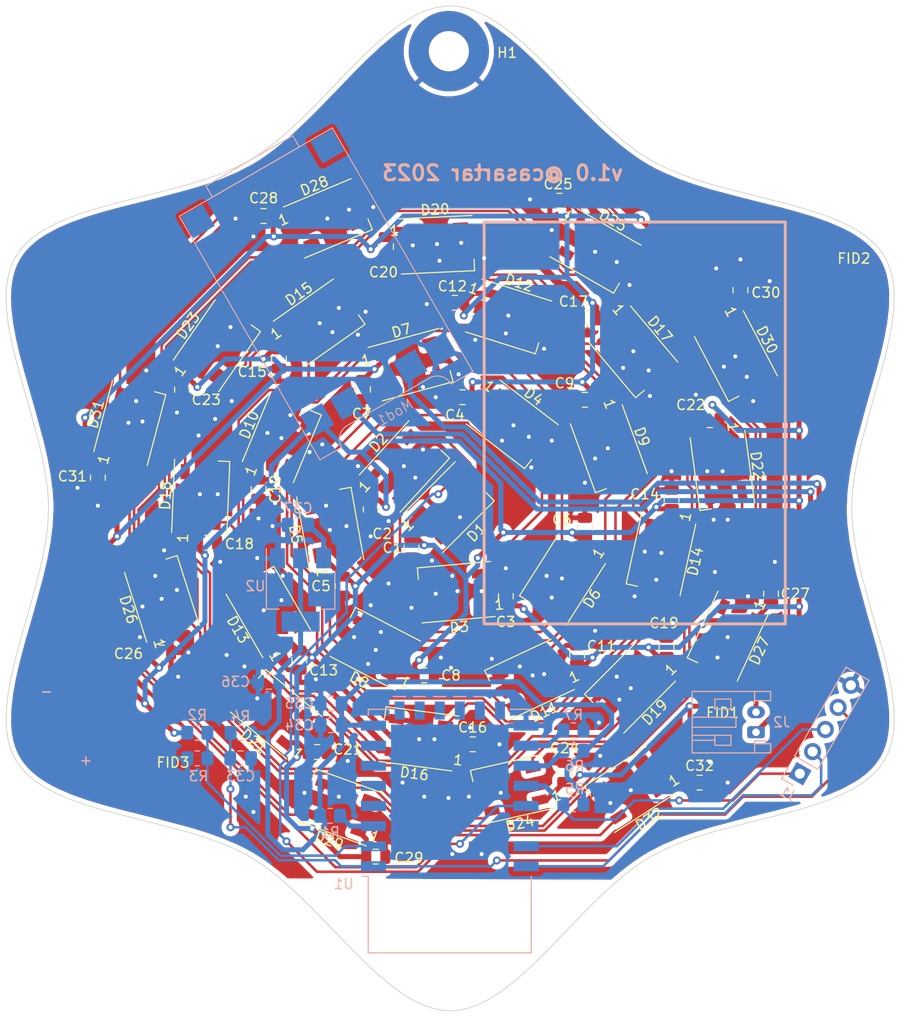
<source format=kicad_pcb>
(kicad_pcb (version 20221018) (generator pcbnew)
  (layers (0 "F.Cu" signal) (31 "B.Cu" signal) (34 "B.Paste" user) (35 "F.Paste" user) (36 "B.SilkS" user "B.Silkscreen") (37 "F.SilkS" user "F.Silkscreen") (38 "B.Mask" user) (39 "F.Mask" user) (44 "Edge.Cuts" user))
  (net 0 "")
  (net 1 "+3V3")
  (net 2 "GND")
  (net 3 "VCC")
  (net 4 "/ESP8266/WS2812")
  (net 5 "Net-(J1-Pin_1)")
  (net 6 "Net-(J1-Pin_2)")
  (net 7 "Net-(J1-Pin_3)")
  (net 8 "RESET")
  (net 9 "EN")
  (net 10 "Net-(U1-GPIO2)")
  (net 11 "Net-(U1-GPIO15)")
  (net 12 "Net-(U1-ADC)")
  (net 24 "Net-(D1-DOUT)")
  (net 25 "Net-(D2-DOUT)")
  (net 26 "Net-(D3-DOUT)")
  (net 27 "Net-(D4-DOUT)")
  (net 28 "Net-(D5-DOUT)")
  (net 29 "Net-(D6-DOUT)")
  (net 30 "Net-(D10-DIN)")
  (net 31 "Net-(D10-DOUT)")
  (net 32 "Net-(D11-DOUT)")
  (net 33 "Net-(D12-DOUT)")
  (net 34 "Net-(D13-DOUT)")
  (net 35 "Net-(D14-DOUT)")
  (net 36 "Net-(D15-DOUT)")
  (net 37 "Net-(D16-DOUT)")
  (net 38 "Net-(D17-DOUT)")
  (net 39 "Net-(D18-DOUT)")
  (net 40 "Net-(D19-DOUT)")
  (net 41 "Net-(D20-DOUT)")
  (net 42 "Net-(D21-DOUT)")
  (net 43 "Net-(D22-DOUT)")
  (net 44 "Net-(D23-DOUT)")
  (net 45 "Net-(D24-DOUT)")
  (net 46 "Net-(D25-DOUT)")
  (net 47 "Net-(D26-DOUT)")
  (net 48 "Net-(D27-DOUT)")
  (net 49 "Net-(D28-DOUT)")
  (net 51 "Net-(D7-DOUT)")
  (net 52 "Net-(D8-DOUT)")
  (net 53 "Net-(D29-DOUT)")
  (net 54 "Net-(D30-DOUT)")
  (net 55 "Net-(D31-DOUT)")
  (net 56 "/ESP8266/Bat+")
  (net 57 "/ESP8266/Bat-")
  (footprint "Capacitor_SMD:C_0805_2012Metric" (layer "F.Cu") (at 177.038 104.394 90)
    (fp_text reference "C6")
    (fp_text value "100nF")
  )
  (footprint "Capacitor_SMD:C_0805_2012Metric" (layer "F.Cu") (at 164.846 91.44 180)
    (fp_text reference "C4")
    (fp_text value "100nF")
  )
  (footprint "LED_SMD:LED_WS2812B_PLCC4_5.0x5.0mm_P3.2mm" (layer "F.Cu") (at 162.274761 76.264623 2.652)
    (fp_text reference "D20")
    (fp_text value "WS2812B")
  )
  (footprint "LED_SMD:LED_WS2812B_PLCC4_5.0x5.0mm_P3.2mm" (layer "F.Cu") (at 169.803404 130.462723 -167.316)
    (fp_text reference "D24")
    (fp_text value "WS2812B")
  )
  (footprint "LED_SMD:LED_WS2812B_PLCC4_5.0x5.0mm_P3.2mm" (layer "F.Cu") (at 178.096391 76.884956 -29.808)
    (fp_text reference "D25")
    (fp_text value "WS2812B")
  )
  (footprint "LED_SMD:LED_WS2812B_PLCC4_5.0x5.0mm_P3.2mm" (layer "F.Cu") (at 171.527666 119.574747 -154.92)
    (fp_text reference "D11")
    (fp_text value "WS2812B")
  )
  (footprint "Fiducial:Fiducial_1mm_Mask2mm" (layer "F.Cu") (at 190.754 124.841)
    (fp_text reference "FID1")
    (fp_text value "Fiducial")
  )
  (footprint "Capacitor_SMD:C_0805_2012Metric" (layer "F.Cu") (at 136.906 90.678 -90)
    (fp_text reference "C23")
    (fp_text value "100nF")
  )
  (footprint "LED_SMD:LED_WS2812B_PLCC4_5.0x5.0mm_P3.2mm" (layer "F.Cu") (at 150.57225 84.025336 35.112)
    (fp_text reference "D15")
    (fp_text value "WS2812B")
  )
  (footprint "Capacitor_SMD:C_0805_2012Metric" (layer "F.Cu") (at 144.526 100.584 -90)
    (fp_text reference "C10")
    (fp_text value "100nF")
  )
  (footprint "Capacitor_SMD:C_0805_2012Metric" (layer "F.Cu") (at 195.58 110.998 90)
    (fp_text reference "C27")
    (fp_text value "100nF")
  )
  (footprint "Capacitor_SMD:C_0805_2012Metric" (layer "F.Cu") (at 156.21 137.16)
    (fp_text reference "C29")
    (fp_text value "100nF")
  )
  (footprint "Fiducial:Fiducial_1mm_Mask2mm" (layer "F.Cu") (at 136.017 129.794)
    (fp_text reference "FID3")
    (fp_text value "Fiducial")
  )
  (footprint "Capacitor_SMD:C_0805_2012Metric" (layer "F.Cu") (at 157.226 76.454 -90)
    (fp_text reference "C20")
    (fp_text value "100nF")
  )
  (footprint "LED_SMD:LED_WS2812B_PLCC4_5.0x5.0mm_P3.2mm" (layer "F.Cu") (at 156.16876 116.478032 152.556)
    (fp_text reference "D8")
    (fp_text value "WS2812B")
  )
  (footprint "Capacitor_SMD:C_0805_2012Metric" (layer "F.Cu") (at 177.038 91.694 180)
    (fp_text reference "C9")
    (fp_text value "100nF")
  )
  (footprint "Capacitor_SMD:C_0805_2012Metric" (layer "F.Cu") (at 185.166 116.332 90)
    (fp_text reference "C19")
    (fp_text value "100nF")
  )
  (footprint "LED_SMD:LED_WS2812B_PLCC4_5.0x5.0mm_P3.2mm" (layer "F.Cu") (at 191.25953 115.218697 -114.792)
    (fp_text reference "D27")
    (fp_text value "WS2812B")
  )
  (footprint "Capacitor_SMD:C_0805_2012Metric" (layer "F.Cu") (at 161.036 119.126)
    (fp_text reference "C8")
    (fp_text value "100nF")
  )
  (footprint "Capacitor_SMD:C_0805_2012Metric" (layer "F.Cu") (at 185.674 101.6 90)
    (fp_text reference "C14")
    (fp_text value "100nF")
  )
  (footprint "LED_SMD:LED_WS2812B_PLCC4_5.0x5.0mm_P3.2mm" (layer "F.Cu") (at 159.060769 98.337078 47.508)
    (fp_text reference "D2")
    (fp_text value "WS2812B")
  )
  (footprint "Capacitor_SMD:C_0805_2012Metric" (layer "F.Cu") (at 165.862 125.984)
    (fp_text reference "C16")
    (fp_text value "100nF")
  )
  (footprint "Fiducial:Fiducial_1mm_Mask2mm" (layer "F.Cu") (at 203.835 79.629)
    (fp_text reference "FID2")
    (fp_text value "Fiducial")
  )
  (footprint "LED_SMD:LED_WS2812B_PLCC4_5.0x5.0mm_P3.2mm" (layer "F.Cu") (at 174.805323 109.590714 -122.46)
    (fp_text reference "D6")
    (fp_text value "WS2812B")
  )
  (footprint "LED_SMD:LED_WS2812B_PLCC4_5.0x5.0mm_P3.2mm" (layer "F.Cu") (at 181.530268 120.344618 -134.856)
    (fp_text reference "D19")
    (fp_text value "WS2812B")
  )
  (footprint "LED_SMD:LED_WS2812B_PLCC4_5.0x5.0mm_P3.2mm" (layer "F.Cu") (at 152.74314 132.26662 160.224)
    (fp_text reference "D29")
    (fp_text value "WS2812B")
  )
  (footprint "LED_SMD:LED_WS2812B_PLCC4_5.0x5.0mm_P3.2mm" (layer "F.Cu") (at 169.807974 94.142576 -37.476)
    (fp_text reference "D4")
    (fp_text value "WS2812B")
  )
  (footprint "LED_SMD:LED_WS2812B_PLCC4_5.0x5.0mm_P3.2mm" (layer "F.Cu") (at 151.445404 73.631556 22.716)
    (fp_text reference "D28")
    (fp_text value "WS2812B")
  )
  (footprint "Capacitor_SMD:C_0805_2012Metric" (layer "F.Cu") (at 128.524 99.441 -90)
    (fp_text reference "C31")
    (fp_text value "100nF")
  )
  (footprint "LED_SMD:LED_WS2812B_PLCC4_5.0x5.0mm_P3.2mm" (layer "F.Cu") (at 164.226906 110.842785 -174.984)
    (fp_text reference "D3")
    (fp_text value "WS2812B")
  )
  (footprint "LED_SMD:LED_WS2812B_PLCC4_5.0x5.0mm_P3.2mm" (layer "F.Cu") (at 151.668475 104.480391 100.032)
    (fp_text reference "D5")
    (fp_text value "WS2812B")
  )
  (footprint "LED_SMD:LED_WS2812B_PLCC4_5.0x5.0mm_P3.2mm" (layer "F.Cu") (at 190.734566 98.721056 -82.332)
    (fp_text reference "D22")
    (fp_text value "WS2812B")
  )
  (footprint "LED_SMD:LED_WS2812B_PLCC4_5.0x5.0mm_P3.2mm" (layer "F.Cu") (at 146.846509 95.522641 67.572)
    (fp_text reference "D10")
    (fp_text value "WS2812B")
  )
  (footprint "LED_SMD:LED_WS2812B_PLCC4_5.0x5.0mm_P3.2mm" (layer "F.Cu") (at 145.502471 112.812507 120.096)
    (fp_text reference "D13")
    (fp_text value "WS2812B")
  )
  (footprint "Capacitor_SMD:C_0805_2012Metric" (layer "F.Cu") (at 152.908 110.236 -90)
    (fp_text reference "C5")
    (fp_text value "100nF")
  )
  (footprint "LED_SMD:LED_WS2812B_PLCC4_5.0x5.0mm_P3.2mm" (layer "F.Cu") (at 159.669238 88.197045 15.048)
    (fp_text reference "D7")
    (fp_text value "WS2812B")
  )
  (footprint "LED_SMD:LED_WS2812B_PLCC4_5.0x5.0mm_P3.2mm" (layer "F.Cu") (at 181.835491 86.921986 -49.872)
    (fp_text reference "D17")
    (fp_text value "WS2812B")
  )
  (footprint "Capacitor_SMD:C_0805_2012Metric" (layer "F.Cu") (at 176.276 117.094 90)
    (fp_text reference "C11")
    (fp_text value "100nF")
  )
  (footprint "LED_SMD:LED_WS2812B_PLCC4_5.0x5.0mm_P3.2mm" (layer "F.Cu") (at 134.905216 111.511181 107.7)
    (fp_text reference "D26")
    (fp_text value "WS2812B")
  )
  (footprint "LED_SMD:LED_WS2812B_PLCC4_5.0x5.0mm_P3.2mm" (layer "F.Cu") (at 138.767416 101.369695 87.636)
    (fp_text reference "D18")
    (fp_text value "WS2812B")
  )
  (footprint "Capacitor_SMD:C_0805_2012Metric" (layer "F.Cu") (at 134.874 116.84)
    (fp_text reference "C26")
    (fp_text value "100nF")
  )
  (footprint "Capacitor_SMD:C_0805_2012Metric" (layer "F.Cu") (at 189.484 93.726 180)
    (fp_text reference "C22")
    (fp_text value "100nF")
  )
  (footprint "LED_SMD:LED_WS2812B_PLCC4_5.0x5.0mm_P3.2mm" (layer "F.Cu") (at 131.706022 94.017632 75.24)
    (fp_text reference "D31")
    (fp_text value "WS2812B")
  )
  (footprint "LED_SMD:LED_WS2812B_PLCC4_5.0x5.0mm_P3.2mm" (layer "F.Cu") (at 169.439758 83.402087 -17.412)
    (fp_text reference "D12")
    (fp_text value "WS2812B")
  )
  (footprint "LED_SMD:LED_WS2812B_PLCC4_5.0x5.0mm_P3.2mm" (layer "F.Cu") (at 163.485 102.39 45)
    (fp_text reference "D1")
    (fp_text value "WS2812B")
  )
  (footprint "Capacitor_SMD:C_0805_2012Metric" (layer "F.Cu") (at 154.94 90.678 -90)
    (fp_text reference "C7")
    (fp_text value "100nF")
  )
  (footprint "LED_SMD:LED_WS2812B_PLCC4_5.0x5.0mm_P3.2mm" (layer "F.Cu") (at 184.613992 107.033888 -102.397)
    (fp_text reference "D14")
    (fp_text value "WS2812B")
  )
  (footprint "Capacitor_SMD:C_0805_2012Metric" (layer "F.Cu") (at 148.59 117.602 -90)
    (fp_text reference "C13")
    (fp_text value "100nF")
  )
  (footprint "Capacitor_SMD:C_0805_2012Metric" (layer "F.Cu") (at 139.446 105.918)
    (fp_text reference "C18")
    (fp_text value "100nF")
  )
  (footprint "Capacitor_SMD:C_0805_2012Metric" (layer "F.Cu") (at 164.084 82.042 180)
    (fp_text reference "C12")
    (fp_text value "100nF")
  )
  (footprint "Capacitor_SMD:C_0805_2012Metric" (layer "F.Cu") (at 174.498 71.882 180)
    (fp_text reference "C25")
    (fp_text value "100nF")
  )
  (footprint "LED_SMD:LED_WS2812B_PLCC4_5.0x5.0mm_P3.2mm" (layer "F.Cu") (at 146.294776 122.993305 140.16)
    (fp_text reference "D21")
    (fp_text value "WS2812B")
  )
  (footprint "LED_SMD:LED_WS2812B_PLCC4_5.0x5.0mm_P3.2mm" (layer "F.Cu") (at 179.425607 96.567882 -69.936)
    (fp_text reference "D9")
    (fp_text value "WS2812B")
  )
  (footprint "LED_SMD:LED_WS2812B_PLCC4_5.0x5.0mm_P3.2mm" (layer "F.Cu") (at 160.500197 125.435411 172.62)
    (fp_text reference "D16")
    (fp_text value "WS2812B")
  )
  (footprint "MountingHole:MountingHole_4mm_Pad_TopBottom" (layer "F.Cu") (at 163.485 57)
    (fp_text reference "H1")
    (fp_text value "MountingHole_Pad")
  )
  (footprint "Capacitor_SMD:C_0805_2012Metric" (layer "F.Cu") (at 159.766 106.426 -90)
    (fp_text reference "C1")
    (fp_text value "100nF")
  )
  (footprint "Capacitor_SMD:C_0805_2012Metric" (layer "F.Cu") (at 188.468 129.794)
    (fp_text reference "C32")
    (fp_text value "100nF")
  )
  (footprint "Capacitor_SMD:C_0805_2012Metric" (layer "F.Cu") (at 175.006 128.778 90)
    (fp_text reference "C24")
    (fp_text value "100nF")
  )
  (footprint "Capacitor_SMD:C_0805_2012Metric" (layer "F.Cu") (at 150.368 126.746)
    (fp_text reference "C21")
    (fp_text value "100nF")
  )
  (footprint "Capacitor_SMD:C_0805_2012Metric" (layer "F.Cu") (at 192.532 80.772 90)
    (fp_text reference "C30")
    (fp_text value "100nF")
  )
  (footprint "LED_SMD:LED_WS2812B_PLCC4_5.0x5.0mm_P3.2mm" (layer "F.Cu") (at 181.55636 130.486725 -147.252)
    (fp_text reference "D32")
    (fp_text value "WS2812B")
  )
  (footprint "Capacitor_SMD:C_0805_2012Metric" (layer "F.Cu") (at 177.292 83.566 180)
    (fp_text reference "C17")
    (fp_text value "100nF")
  )
  (footprint "LED_SMD:LED_WS2812B_PLCC4_5.0x5.0mm_P3.2mm" (layer "F.Cu") (at 140.382449 86.319152 55.176)
    (fp_text reference "D23")
    (fp_text value "WS2812B")
  )
  (footprint "Capacitor_SMD:C_0805_2012Metric" (layer "F.Cu") (at 155.702 102.616 -90)
    (fp_text reference "C2")
    (fp_text value "100nF")
  )
  (footprint "Capacitor_SMD:C_0805_2012Metric" (layer "F.Cu") (at 169.164 111.252 90)
    (fp_text reference "C3")
    (fp_text value "100nF")
  )
  (footprint "Capacitor_SMD:C_0805_2012Metric" (layer "F.Cu") (at 146.558 87.63 -90)
    (fp_text reference "C15")
    (fp_text value "100nF")
  )
  (footprint "Capacitor_SMD:C_0805_2012Metric" (layer "F.Cu") (at 145.034 73.406 180)
    (fp_text reference "C28")
    (fp_text value "100nF")
  )
  (footprint "LED_SMD:LED_WS2812B_PLCC4_5.0x5.0mm_P3.2mm" (layer "F.Cu") (at 192.084435 87.354299 -62.268)
    (fp_text reference "D30")
    (fp_text value "WS2812B")
  )
  (footprint "Lithium_Battery_Charger_Module:Lithium_Battery_Charger_Module" (layer "B.Cu") (at 151.257 81.153 -150)
    (fp_text reference "Mod1")
    (fp_text value "~")
  )
  (footprint "Capacitor_SMD:C_0805_2012Metric_Pad1.18x1.45mm_HandSolder" (layer "B.Cu") (at 151.765 121.92 180)
    (fp_text reference "C35")
    (fp_text value "10µF")
  )
  (footprint "Capacitor_SMD:C_0805_2012Metric_Pad1.18x1.45mm_HandSolder" (layer "B.Cu") (at 148.463 104.14 180)
    (fp_text reference "C37")
    (fp_text value "10µF")
  )
  (footprint "Package_TO_SOT_SMD:SOT-223-3_TabPin2" (layer "B.Cu") (at 148.717 110.617 -90)
    (fp_text reference "U2")
    (fp_text value "AMS1117-3.3")
  )
  (footprint "Resistor_SMD:R_0805_2012Metric_Pad1.20x1.40mm_HandSolder" (layer "B.Cu") (at 138.43 124.841)
    (fp_text reference "R2")
    (fp_text value "220k")
  )
  (footprint "Resistor_SMD:R_0805_2012Metric_Pad1.20x1.40mm_HandSolder" (layer "B.Cu") (at 175.895 126.619 180)
    (fp_text reference "R7")
    (fp_text value "10k")
  )
  (footprint "Capacitor_SMD:C_0805_2012Metric_Pad1.18x1.45mm_HandSolder" (layer "B.Cu") (at 142.748 127.381)
    (fp_text reference "C33")
    (fp_text value "100nF")
  )
  (footprint "Resistor_SMD:R_0805_2012Metric_Pad1.20x1.40mm_HandSolder" (layer "B.Cu") (at 151.654 133.096)
    (fp_text reference "R1")
    (fp_text value "10k")
  )
  (footprint "Capacitor_SMD:C_0805_2012Metric_Pad1.18x1.45mm_HandSolder" (layer "B.Cu") (at 145.542 119.761 180)
    (fp_text reference "C36")
    (fp_text value "22µF")
  )
  (footprint "Resistor_SMD:R_0805_2012Metric_Pad1.20x1.40mm_HandSolder" (layer "B.Cu") (at 142.748 124.841 180)
    (fp_text reference "R4")
    (fp_text value "10k")
  )
  (footprint "Capacitor_SMD:C_0805_2012Metric_Pad1.18x1.45mm_HandSolder" (layer "B.Cu") (at 151.765 124.079 180)
    (fp_text reference "C34")
    (fp_text value "100nF")
  )
  (footprint "Resistor_SMD:R_0805_2012Metric_Pad1.20x1.40mm_HandSolder" (layer "B.Cu") (at 175.895 131.953 180)
    (fp_text reference "R5")
    (fp_text value "10k")
  )
  (footprint "Resistor_SMD:R_0805_2012Metric_Pad1.20x1.40mm_HandSolder" (layer "B.Cu") (at 175.895 124.587)
    (fp_text reference "R6")
    (fp_text value "10k")
  )
  (footprint "Connector_JST:JST_PH_S2B-PH-K_1x02_P2.00mm_Horizontal" (layer "B.Cu") (at 194.085238 124.781974 90)
    (fp_text reference "J2")
    (fp_text value "Conn_01x02_Pin")
  )
  (footprint "Resistor_SMD:R_0805_2012Metric_Pad1.20x1.40mm_HandSolder" (layer "B.Cu") (at 138.43 127.381 180)
    (fp_text reference "R3")
    (fp_text value "100k")
  )
  (footprint "RF_Module:ESP-12E" (layer "B.Cu") (at 163.576 134.62)
    (fp_text reference "U1")
    (fp_text value "ESP-12F")
  )
  (footprint "Connector_PinHeader_2.54mm:PinHeader_1x05_P2.54mm_Vertical" (layer "B.Cu") (at 198.451079 128.9075 -30)
    (fp_text reference "J1")
    (fp_text value "Conn_01x05_Pin")
  )
  (gr_rect (start 167 74) (end 197 114) (stroke (width 0.3)) (fill none) (layer "B.SilkS"))
  (gr_line (start 157.475319 55.223005) (end 156.259573 56.261027) (stroke (width 0.084666)) (layer "Edge.Cuts"))
  (gr_line (start 202.883541 130.856195) (end 204.146015 130.176624) (stroke (width 0.084666)) (layer "Edge.Cuts"))
  (gr_line (start 121.975375 75.598925) (end 121.48661 76.02755) (stroke (width 0.084666)) (layer "Edge.Cuts"))
  (gr_line (start 128.84395 132.473194) (end 130.507501 132.923072) (stroke (width 0.084666)) (layer "Edge.Cuts"))
  (gr_line (start 207.848882 123.763139) (end 207.846097 123.056652) (stroke (width 0.084666)) (layer "Edge.Cuts"))
  (gr_line (start 164.23795 52.532189) (end 163.614509 52.499954) (stroke (width 0.084666)) (layer "Edge.Cuts"))
  (gr_line (start 119.62475 125.747615) (end 119.800852 126.359421) (stroke (width 0.084666)) (layer "Edge.Cuts"))
  (gr_line (start 207.427953 126.359414) (end 207.604076 125.747609) (stroke (width 0.084666)) (layer "Edge.Cuts"))
  (gr_line (start 120.029279 126.944041) (end 120.313071 127.500069) (stroke (width 0.084666)) (layer "Edge.Cuts"))
  (gr_line (start 196.721448 132.923058) (end 198.384996 132.47318) (stroke (width 0.084666)) (layer "Edge.Cuts"))
  (gr_line (start 119.38 123.763144) (end 119.417364 124.44807) (stroke (width 0.084666)) (layer "Edge.Cuts"))
  (gr_line (start 122.629958 95.890109) (end 123.024235 97.593239) (stroke (width 0.084666)) (layer "Edge.Cuts"))
  (gr_line (start 142.200051 136.409474) (end 142.922071 136.763099) (stroke (width 0.084666)) (layer "Edge.Cuts"))
  (gr_line (start 121.48661 76.02755) (end 121.044812 76.485967) (stroke (width 0.084666)) (layer "Edge.Cuts"))
  (gr_line (start 123.335973 105.730103) (end 123.024235 107.406968) (stroke (width 0.084666)) (layer "Edge.Cuts"))
  (gr_line (start 165.476368 52.780055) (end 164.858469 52.626667) (stroke (width 0.084666)) (layer "Edge.Cuts"))
  (gr_line (start 159.911648 151.439642) (end 160.523501 151.749741) (stroke (width 0.084666)) (layer "Edge.Cuts"))
  (gr_line (start 144.955099 138.000079) (end 146.272418 138.997191) (stroke (width 0.084666)) (layer "Edge.Cuts"))
  (gr_line (start 150.108292 142.549535) (end 151.356283 143.831697) (stroke (width 0.084666)) (layer "Edge.Cuts"))
  (gr_line (start 121.691064 92.450091) (end 122.629958 95.890109) (stroke (width 0.084666)) (layer "Edge.Cuts"))
  (gr_line (start 207.336072 85.750031) (end 207.627141 84.178137) (stroke (width 0.084666)) (layer "Edge.Cuts"))
  (gr_line (start 160.523501 53.250214) (end 159.911648 53.560313) (stroke (width 0.084666)) (layer "Edge.Cuts"))
  (gr_line (start 160.523501 151.749741) (end 161.137067 152.010939) (stroke (width 0.084666)) (layer "Edge.Cuts"))
  (gr_line (start 133.949225 133.781775) (end 137.397761 134.688658) (stroke (width 0.084666)) (layer "Edge.Cuts"))
  (gr_line (start 128.84395 72.526782) (end 127.247807 73.010926) (stroke (width 0.084666)) (layer "Edge.Cuts"))
  (gr_line (start 121.48661 128.972422) (end 121.975375 129.401047) (stroke (width 0.084666)) (layer "Edge.Cuts"))
  (gr_line (start 178.38232 141.298606) (end 179.660107 140.105596) (stroke (width 0.084666)) (layer "Edge.Cuts"))
  (gr_line (start 120.27168 87.374425) (end 120.713854 89.040066) (stroke (width 0.084666)) (layer "Edge.Cuts"))
  (gr_line (start 189.831142 134.688643) (end 193.279713 133.78176) (stroke (width 0.084666)) (layer "Edge.Cuts"))
  (gr_line (start 207.627141 84.178137) (end 207.806185 82.669993) (stroke (width 0.084666)) (layer "Edge.Cuts"))
  (gr_line (start 121.044812 76.485967) (end 120.65272 76.976108) (stroke (width 0.084666)) (layer "Edge.Cuts"))
  (gr_line (start 182.273707 138.000079) (end 182.940959 137.551597) (stroke (width 0.084666)) (layer "Edge.Cuts"))
  (gr_line (start 206.957297 87.374422) (end 207.336072 85.750031) (stroke (width 0.084666)) (layer "Edge.Cuts"))
  (gr_line (start 123.024235 107.406968) (end 122.629958 109.110082) (stroke (width 0.084666)) (layer "Edge.Cuts"))
  (gr_line (start 146.272418 66.002771) (end 145.61653 66.516906) (stroke (width 0.084666)) (layer "Edge.Cuts"))
  (gr_line (start 123.696101 130.527458) (end 124.34536 130.856207) (stroke (width 0.084666)) (layer "Edge.Cuts"))
  (gr_line (start 119.892887 119.250017) (end 119.601796 120.821889) (stroke (width 0.084666)) (layer "Edge.Cuts"))
  (gr_line (start 120.65272 128.023862) (end 121.044812 128.514004) (stroke (width 0.084666)) (layer "Edge.Cuts"))
  (gr_line (start 196.721448 72.076904) (end 193.279713 71.218202) (stroke (width 0.084666)) (layer "Edge.Cuts"))
  (gr_line (start 119.422727 82.669994) (end 119.601796 84.178139) (stroke (width 0.084666)) (layer "Edge.Cuts"))
  (gr_line (start 161.752649 52.780055) (end 161.137067 52.989016) (stroke (width 0.084666)) (layer "Edge.Cuts"))
  (gr_line (start 159.911648 53.560313) (end 159.301205 53.915977) (stroke (width 0.084666)) (layer "Edge.Cuts"))
  (gr_line (start 184.30671 68.236878) (end 183.614356 67.859016) (stroke (width 0.084666)) (layer "Edge.Cuts"))
  (gr_line (start 168.537142 54.313872) (end 167.927809 53.915977) (stroke (width 0.084666)) (layer "Edge.Cuts"))
  (gr_line (start 125.740977 131.455199) (end 127.247807 131.989049) (stroke (width 0.084666)) (layer "Edge.Cuts"))
  (gr_line (start 207.848882 81.236847) (end 207.8115 80.551914) (stroke (width 0.084666)) (layer "Edge.Cuts"))
  (gr_line (start 178.382311 63.701355) (end 177.120641 62.450425) (stroke (width 0.084666)) (layer "Edge.Cuts"))
  (gr_line (start 182.940957 67.448365) (end 182.273704 66.999883) (stroke (width 0.084666)) (layer "Edge.Cuts"))
  (gr_line (start 204.204788 107.406961) (end 203.893052 105.730096) (stroke (width 0.084666)) (layer "Edge.Cuts"))
  (gr_line (start 121.044812 128.514004) (end 121.48661 128.972422) (stroke (width 0.084666)) (layer "Edge.Cuts"))
  (gr_line (start 122.508371 75.198165) (end 121.975375 75.598925) (stroke (width 0.084666)) (layer "Edge.Cuts"))
  (gr_line (start 193.279713 133.78176) (end 196.721448 132.923058) (stroke (width 0.084666)) (layer "Edge.Cuts"))
  (gr_line (start 120.713854 115.960033) (end 120.27168 117.625649) (stroke (width 0.084666)) (layer "Edge.Cuts"))
  (gr_line (start 162.991067 52.532189) (end 162.370548 52.626667) (stroke (width 0.084666)) (layer "Edge.Cuts"))
  (gr_line (start 127.247807 73.010926) (end 125.740977 73.544776) (stroke (width 0.084666)) (layer "Edge.Cuts"))
  (gr_line (start 147.568778 140.105596) (end 148.846596 141.298606) (stroke (width 0.084666)) (layer "Edge.Cuts"))
  (gr_line (start 170.969441 148.738929) (end 172.186791 147.598706) (stroke (width 0.084666)) (layer "Edge.Cuts"))
  (gr_line (start 175.872681 143.831697) (end 177.120651 142.549535) (stroke (width 0.084666)) (layer "Edge.Cuts"))
  (gr_line (start 189.831142 70.311319) (end 188.159047 69.801217) (stroke (width 0.084666)) (layer "Edge.Cuts"))
  (gr_line (start 206.515138 115.960029) (end 205.537946 112.550051) (stroke (width 0.084666)) (layer "Edge.Cuts"))
  (gr_line (start 185.028752 136.409459) (end 186.55095 135.767205) (stroke (width 0.084666)) (layer "Edge.Cuts"))
  (gr_line (start 204.146015 74.823338) (end 203.532787 74.472515) (stroke (width 0.084666)) (layer "Edge.Cuts"))
  (gr_line (start 185.028752 68.590503) (end 184.30671 68.236878) (stroke (width 0.084666)) (layer "Edge.Cuts"))
  (gr_line (start 130.507501 132.923072) (end 133.949225 133.781775) (stroke (width 0.084666)) (layer "Edge.Cuts"))
  (gr_line (start 120.27168 117.625649) (end 119.892887 119.250017) (stroke (width 0.084666)) (layer "Edge.Cuts"))
  (gr_line (start 183.614356 137.140945) (end 185.028752 136.409459) (stroke (width 0.084666)) (layer "Edge.Cuts"))
  (gr_line (start 180.95643 138.997191) (end 181.612298 138.483055) (stroke (width 0.084666)) (layer "Edge.Cuts"))
  (gr_line (start 123.614547 102.500114) (end 123.54085 104.090735) (stroke (width 0.084666)) (layer "Edge.Cuts"))
  (gr_line (start 205.537946 92.450086) (end 206.515138 89.040062) (stroke (width 0.084666)) (layer "Edge.Cuts"))
  (gr_line (start 147.568778 64.894366) (end 146.272418 66.002771) (stroke (width 0.084666)) (layer "Edge.Cuts"))
  (gr_line (start 203.893052 99.270109) (end 204.204788 97.593232) (stroke (width 0.084666)) (layer "Edge.Cuts"))
  (gr_line (start 167.317368 53.560313) (end 166.705515 53.250214) (stroke (width 0.084666)) (layer "Edge.Cuts"))
  (gr_line (start 162.370548 52.626667) (end 161.752649 52.780055) (stroke (width 0.084666)) (layer "Edge.Cuts"))
  (gr_line (start 205.742212 76.02755) (end 205.253465 75.598925) (stroke (width 0.084666)) (layer "Edge.Cuts"))
  (gr_line (start 167.317375 151.439642) (end 167.927817 151.083978) (stroke (width 0.084666)) (layer "Edge.Cuts"))
  (gr_line (start 203.614478 102.500107) (end 203.688175 100.909484) (stroke (width 0.084666)) (layer "Edge.Cuts"))
  (gr_line (start 206.515138 89.040062) (end 206.957297 87.374422) (stroke (width 0.084666)) (layer "Edge.Cuts"))
  (gr_line (start 139.069828 69.801217) (end 137.397761 70.311319) (stroke (width 0.084666)) (layer "Edge.Cuts"))
  (gr_line (start 207.730911 125.110024) (end 207.8115 124.448065) (stroke (width 0.084666)) (layer "Edge.Cuts"))
  (gr_line (start 156.259573 148.738929) (end 157.475319 149.776951) (stroke (width 0.084666)) (layer "Edge.Cuts"))
  (gr_line (start 164.858472 152.373287) (end 165.476372 152.219899) (stroke (width 0.084666)) (layer "Edge.Cuts"))
  (gr_line (start 205.742212 128.972412) (end 206.18399 128.513995) (stroke (width 0.084666)) (layer "Edge.Cuts"))
  (gr_line (start 161.137067 152.010939) (end 161.752649 152.219899) (stroke (width 0.084666)) (layer "Edge.Cuts"))
  (gr_line (start 119.497934 79.88995) (end 119.417364 80.551914) (stroke (width 0.084666)) (layer "Edge.Cuts"))
  (gr_line (start 166.705521 151.749741) (end 167.317375 151.439642) (stroke (width 0.084666)) (layer "Edge.Cuts"))
  (gr_line (start 120.713854 89.040066) (end 121.691064 92.450091) (stroke (width 0.084666)) (layer "Edge.Cuts"))
  (gr_line (start 204.720487 129.801797) (end 205.253465 129.401037) (stroke (width 0.084666)) (layer "Edge.Cuts"))
  (gr_line (start 204.599063 109.110075) (end 204.204788 107.406961) (stroke (width 0.084666)) (layer "Edge.Cuts"))
  (gr_line (start 123.54085 104.090735) (end 123.335973 105.730103) (stroke (width 0.084666)) (layer "Edge.Cuts"))
  (gr_line (start 119.601796 120.821889) (end 119.422727 122.330014) (stroke (width 0.084666)) (layer "Edge.Cuts"))
  (gr_line (start 123.082858 130.176635) (end 123.696101 130.527458) (stroke (width 0.084666)) (layer "Edge.Cuts"))
  (gr_line (start 127.247807 131.989049) (end 128.84395 132.473194) (stroke (width 0.084666)) (layer "Edge.Cuts"))
  (gr_line (start 144.287824 137.551597) (end 144.955099 138.000079) (stroke (width 0.084666)) (layer "Edge.Cuts"))
  (gr_line (start 130.507501 72.076904) (end 128.84395 72.526782) (stroke (width 0.084666)) (layer "Edge.Cuts"))
  (gr_line (start 175.872671 61.168263) (end 173.408158 58.616989) (stroke (width 0.084666)) (layer "Edge.Cuts"))
  (gr_line (start 206.915686 127.500061) (end 207.199503 126.944034) (stroke (width 0.084666)) (layer "Edge.Cuts"))
  (gr_line (start 145.61653 66.516906) (end 144.955099 66.999883) (stroke (width 0.084666)) (layer "Edge.Cuts"))
  (gr_line (start 169.75369 55.223005) (end 168.537142 54.313872) (stroke (width 0.084666)) (layer "Edge.Cuts"))
  (gr_line (start 169.145677 150.249296) (end 169.7537 149.776951) (stroke (width 0.084666)) (layer "Edge.Cuts"))
  (gr_line (start 119.417364 80.551914) (end 119.38 81.236847) (stroke (width 0.084666)) (layer "Edge.Cuts"))
  (gr_line (start 121.691064 112.550057) (end 120.713854 115.960033) (stroke (width 0.084666)) (layer "Edge.Cuts"))
  (gr_line (start 204.599063 95.890102) (end 205.537946 92.450086) (stroke (width 0.084666)) (layer "Edge.Cuts"))
  (gr_line (start 153.820826 146.382969) (end 155.042215 147.598706) (stroke (width 0.084666)) (layer "Edge.Cuts"))
  (gr_line (start 201.487945 131.455186) (end 202.883541 130.856195) (stroke (width 0.084666)) (layer "Edge.Cuts"))
  (gr_line (start 173.408158 58.616989) (end 172.18678 57.401251) (stroke (width 0.084666)) (layer "Edge.Cuts"))
  (gr_line (start 173.40817 146.382969) (end 175.872681 143.831697) (stroke (width 0.084666)) (layer "Edge.Cuts"))
  (gr_line (start 120.313071 127.500069) (end 120.65272 128.023862) (stroke (width 0.084666)) (layer "Edge.Cuts"))
  (gr_line (start 124.34536 130.856207) (end 125.740977 131.455199) (stroke (width 0.084666)) (layer "Edge.Cuts"))
  (gr_line (start 207.427953 78.640551) (end 207.199503 78.055929) (stroke (width 0.084666)) (layer "Edge.Cuts"))
  (gr_line (start 119.601796 84.178139) (end 119.892887 85.750033) (stroke (width 0.084666)) (layer "Edge.Cuts"))
  (gr_line (start 119.382801 81.943343) (end 119.422727 82.669994) (stroke (width 0.084666)) (layer "Edge.Cuts"))
  (gr_line (start 207.8115 124.448065) (end 207.848882 123.763139) (stroke (width 0.084666)) (layer "Edge.Cuts"))
  (gr_line (start 207.846097 123.056652) (end 207.806185 122.33001) (stroke (width 0.084666)) (layer "Edge.Cuts"))
  (gr_line (start 205.253465 129.401037) (end 205.742212 128.972412) (stroke (width 0.084666)) (layer "Edge.Cuts"))
  (gr_line (start 162.991067 152.467766) (end 163.614509 152.5) (stroke (width 0.084666)) (layer "Edge.Cuts"))
  (gr_line (start 167.927817 151.083978) (end 168.537151 150.686084) (stroke (width 0.084666)) (layer "Edge.Cuts"))
  (gr_line (start 137.397761 134.688658) (end 139.069828 135.198761) (stroke (width 0.084666)) (layer "Edge.Cuts"))
  (gr_line (start 177.120641 62.450425) (end 175.872671 61.168263) (stroke (width 0.084666)) (layer "Edge.Cuts"))
  (gr_line (start 202.883541 74.143767) (end 201.487945 73.544776) (stroke (width 0.084666)) (layer "Edge.Cuts"))
  (gr_line (start 123.54085 100.909492) (end 123.595616 101.7116) (stroke (width 0.084666)) (layer "Edge.Cuts"))
  (gr_line (start 207.604076 79.252359) (end 207.427953 78.640551) (stroke (width 0.084666)) (layer "Edge.Cuts"))
  (gr_line (start 162.370548 152.373287) (end 162.991067 152.467766) (stroke (width 0.084666)) (layer "Edge.Cuts"))
  (gr_line (start 188.159047 135.198745) (end 189.831142 134.688643) (stroke (width 0.084666)) (layer "Edge.Cuts"))
  (gr_line (start 203.532787 74.472515) (end 202.883541 74.143767) (stroke (width 0.084666)) (layer "Edge.Cuts"))
  (gr_line (start 123.595616 101.7116) (end 123.614547 102.500114) (stroke (width 0.084666)) (layer "Edge.Cuts"))
  (gr_line (start 144.287824 67.448365) (end 143.614402 67.859016) (stroke (width 0.084666)) (layer "Edge.Cuts"))
  (gr_line (start 122.629958 109.110082) (end 121.691064 112.550057) (stroke (width 0.084666)) (layer "Edge.Cuts"))
  (gr_line (start 120.313071 77.499901) (end 120.029279 78.055929) (stroke (width 0.084666)) (layer "Edge.Cuts"))
  (gr_line (start 123.082858 74.823338) (end 122.508371 75.198165) (stroke (width 0.084666)) (layer "Edge.Cuts"))
  (gr_line (start 181.612298 138.483055) (end 182.273707 138.000079) (stroke (width 0.084666)) (layer "Edge.Cuts"))
  (gr_line (start 119.800852 126.359421) (end 120.029279 126.944041) (stroke (width 0.084666)) (layer "Edge.Cuts"))
  (gr_line (start 121.975375 129.401047) (end 122.508371 129.801808) (stroke (width 0.084666)) (layer "Edge.Cuts"))
  (gr_line (start 125.740977 73.544776) (end 124.34536 74.143767) (stroke (width 0.084666)) (layer "Edge.Cuts"))
  (gr_line (start 120.65272 76.976108) (end 120.313071 77.499901) (stroke (width 0.084666)) (layer "Edge.Cuts"))
  (gr_line (start 198.384996 72.526782) (end 196.721448 72.076904) (stroke (width 0.084666)) (layer "Edge.Cuts"))
  (gr_line (start 161.137067 52.989016) (end 160.523501 53.250214) (stroke (width 0.084666)) (layer "Edge.Cuts"))
  (gr_line (start 153.820826 58.616989) (end 151.356283 61.168263) (stroke (width 0.084666)) (layer "Edge.Cuts"))
  (gr_line (start 159.301205 151.083978) (end 159.911648 151.439642) (stroke (width 0.084666)) (layer "Edge.Cuts"))
  (gr_line (start 182.273704 66.999883) (end 180.956425 66.002771) (stroke (width 0.084666)) (layer "Edge.Cuts"))
  (gr_line (start 207.199503 126.944034) (end 207.427953 126.359414) (stroke (width 0.084666)) (layer "Edge.Cuts"))
  (gr_line (start 201.487945 73.544776) (end 199.981129 73.010926) (stroke (width 0.084666)) (layer "Edge.Cuts"))
  (gr_line (start 207.336072 119.250013) (end 206.957297 117.625645) (stroke (width 0.084666)) (layer "Edge.Cuts"))
  (gr_line (start 179.6601 64.894366) (end 178.382311 63.701355) (stroke (width 0.084666)) (layer "Edge.Cuts"))
  (gr_line (start 119.497934 125.110029) (end 119.62475 125.747615) (stroke (width 0.084666)) (layer "Edge.Cuts"))
  (gr_line (start 177.120651 142.549535) (end 178.38232 141.298606) (stroke (width 0.084666)) (layer "Edge.Cuts"))
  (gr_line (start 151.356283 61.168263) (end 150.108292 62.450425) (stroke (width 0.084666)) (layer "Edge.Cuts"))
  (gr_line (start 182.940959 137.551597) (end 183.614356 137.140945) (stroke (width 0.084666)) (layer "Edge.Cuts"))
  (gr_line (start 150.108292 62.450425) (end 148.846596 63.701355) (stroke (width 0.084666)) (layer "Edge.Cuts"))
  (gr_line (start 119.800852 78.640551) (end 119.62475 79.25236) (stroke (width 0.084666)) (layer "Edge.Cuts"))
  (gr_line (start 206.576061 128.023854) (end 206.915686 127.500061) (stroke (width 0.084666)) (layer "Edge.Cuts"))
  (gr_line (start 119.422727 122.330014) (end 119.38 123.763144) (stroke (width 0.084666)) (layer "Edge.Cuts"))
  (gr_line (start 159.301205 53.915977) (end 158.691871 54.313872) (stroke (width 0.084666)) (layer "Edge.Cuts"))
  (gr_line (start 144.955099 66.999883) (end 144.287824 67.448365) (stroke (width 0.084666)) (layer "Edge.Cuts"))
  (gr_line (start 203.633409 103.288621) (end 203.614478 102.500107) (stroke (width 0.084666)) (layer "Edge.Cuts"))
  (gr_line (start 183.614356 67.859016) (end 182.940957 67.448365) (stroke (width 0.084666)) (layer "Edge.Cuts"))
  (gr_line (start 123.335973 99.270117) (end 123.54085 100.909492) (stroke (width 0.084666)) (layer "Edge.Cuts"))
  (gr_line (start 206.576061 76.976108) (end 206.18399 76.485967) (stroke (width 0.084666)) (layer "Edge.Cuts"))
  (gr_line (start 119.62475 79.25236) (end 119.497934 79.88995) (stroke (width 0.084666)) (layer "Edge.Cuts"))
  (gr_line (start 172.186791 147.598706) (end 173.40817 146.382969) (stroke (width 0.084666)) (layer "Edge.Cuts"))
  (gr_line (start 166.705515 53.250214) (end 166.09195 52.989016) (stroke (width 0.084666)) (layer "Edge.Cuts"))
  (gr_line (start 179.660107 140.105596) (end 180.95643 138.997191) (stroke (width 0.084666)) (layer "Edge.Cuts"))
  (gr_line (start 158.083343 54.75066) (end 157.475319 55.223005) (stroke (width 0.084666)) (layer "Edge.Cuts"))
  (gr_line (start 142.200051 68.590503) (end 140.677892 69.232757) (stroke (width 0.084666)) (layer "Edge.Cuts"))
  (gr_line (start 163.614509 52.499954) (end 162.991067 52.532189) (stroke (width 0.084666)) (layer "Edge.Cuts"))
  (gr_line (start 156.259573 56.261027) (end 155.042215 57.401251) (stroke (width 0.084666)) (layer "Edge.Cuts"))
  (gr_line (start 155.042215 57.401251) (end 153.820826 58.616989) (stroke (width 0.084666)) (layer "Edge.Cuts"))
  (gr_line (start 204.204788 97.593232) (end 204.599063 95.890102) (stroke (width 0.084666)) (layer "Edge.Cuts"))
  (gr_line (start 207.627141 120.821884) (end 207.336072 119.250013) (stroke (width 0.084666)) (layer "Edge.Cuts"))
  (gr_line (start 207.806185 122.33001) (end 207.627141 120.821884) (stroke (width 0.084666)) (layer "Edge.Cuts"))
  (gr_line (start 155.042215 147.598706) (end 156.259573 148.738929) (stroke (width 0.084666)) (layer "Edge.Cuts"))
  (gr_line (start 164.858469 52.626667) (end 164.23795 52.532189) (stroke (width 0.084666)) (layer "Edge.Cuts"))
  (gr_line (start 124.34536 74.143767) (end 123.082858 74.823338) (stroke (width 0.084666)) (layer "Edge.Cuts"))
  (gr_line (start 206.957297 117.625645) (end 206.515138 115.960029) (stroke (width 0.084666)) (layer "Edge.Cuts"))
  (gr_line (start 157.475319 149.776951) (end 158.691871 150.686084) (stroke (width 0.084666)) (layer "Edge.Cuts"))
  (gr_line (start 164.237951 152.467766) (end 164.858472 152.373287) (stroke (width 0.084666)) (layer "Edge.Cuts"))
  (gr_line (start 163.614509 152.5) (end 164.237951 152.467766) (stroke (width 0.084666)) (layer "Edge.Cuts"))
  (gr_line (start 207.8115 80.551914) (end 207.730911 79.889949) (stroke (width 0.084666)) (layer "Edge.Cuts"))
  (gr_line (start 139.069828 135.198761) (end 140.677892 135.76722) (stroke (width 0.084666)) (layer "Edge.Cuts"))
  (gr_line (start 203.688175 104.090728) (end 203.633409 103.288621) (stroke (width 0.084666)) (layer "Edge.Cuts"))
  (gr_line (start 167.927809 53.915977) (end 167.317368 53.560313) (stroke (width 0.084666)) (layer "Edge.Cuts"))
  (gr_line (start 198.384996 132.47318) (end 199.981129 131.989036) (stroke (width 0.084666)) (layer "Edge.Cuts"))
  (gr_line (start 207.199503 78.055929) (end 206.915686 77.499901) (stroke (width 0.084666)) (layer "Edge.Cuts"))
  (gr_line (start 122.508371 129.801808) (end 123.082858 130.176635) (stroke (width 0.084666)) (layer "Edge.Cuts"))
  (gr_line (start 143.614402 67.859016) (end 142.200051 68.590503) (stroke (width 0.084666)) (layer "Edge.Cuts"))
  (gr_line (start 207.806185 82.669993) (end 207.848882 81.236847) (stroke (width 0.084666)) (layer "Edge.Cuts"))
  (gr_line (start 165.476372 152.219899) (end 166.091955 152.010939) (stroke (width 0.084666)) (layer "Edge.Cuts"))
  (gr_line (start 140.677892 69.232757) (end 139.069828 69.801217) (stroke (width 0.084666)) (layer "Edge.Cuts"))
  (gr_line (start 186.55095 135.767205) (end 188.159047 135.198745) (stroke (width 0.084666)) (layer "Edge.Cuts"))
  (gr_line (start 140.677892 135.76722) (end 142.200051 136.409474) (stroke (width 0.084666)) (layer "Edge.Cuts"))
  (gr_line (start 206.18399 76.485967) (end 205.742212 76.02755) (stroke (width 0.084666)) (layer "Edge.Cuts"))
  (gr_line (start 158.691871 150.686084) (end 159.301205 151.083978) (stroke (width 0.084666)) (layer "Edge.Cuts"))
  (gr_line (start 203.688175 100.909484) (end 203.893052 99.270109) (stroke (width 0.084666)) (layer "Edge.Cuts"))
  (gr_line (start 142.922071 136.763099) (end 143.614402 137.140961) (stroke (width 0.084666)) (layer "Edge.Cuts"))
  (gr_line (start 207.604076 125.747609) (end 207.730911 125.110024) (stroke (width 0.084666)) (layer "Edge.Cuts"))
  (gr_line (start 170.96943 56.261027) (end 169.75369 55.223005) (stroke (width 0.084666)) (layer "Edge.Cuts"))
  (gr_line (start 120.029279 78.055929) (end 119.800852 78.640551) (stroke (width 0.084666)) (layer "Edge.Cuts"))
  (gr_line (start 158.691871 54.313872) (end 158.083343 54.75066) (stroke (width 0.084666)) (layer "Edge.Cuts"))
  (gr_line (start 123.024235 97.593239) (end 123.335973 99.270117) (stroke (width 0.084666)) (layer "Edge.Cuts"))
  (gr_line (start 166.091955 152.010939) (end 166.705521 151.749741) (stroke (width 0.084666)) (layer "Edge.Cuts"))
  (gr_line (start 119.892887 85.750033) (end 120.27168 87.374425) (stroke (width 0.084666)) (layer "Edge.Cuts"))
  (gr_line (start 148.846596 63.701355) (end 147.568778 64.894366) (stroke (width 0.084666)) (layer "Edge.Cuts"))
  (gr_line (start 172.18678 57.401251) (end 170.96943 56.261027) (stroke (width 0.084666)) (layer "Edge.Cuts"))
  (gr_line (start 203.893052 105.730096) (end 203.688175 104.090728) (stroke (width 0.084666)) (layer "Edge.Cuts"))
  (gr_line (start 199.981129 73.010926) (end 198.384996 72.526782) (stroke (width 0.084666)) (layer "Edge.Cuts"))
  (gr_line (start 204.146015 130.176624) (end 204.720487 129.801797) (stroke (width 0.084666)) (layer "Edge.Cuts"))
  (gr_line (start 193.279713 71.218202) (end 189.831142 70.311319) (stroke (width 0.084666)) (layer "Edge.Cuts"))
  (gr_line (start 161.752649 152.219899) (end 162.370548 152.373287) (stroke (width 0.084666)) (layer "Edge.Cuts"))
  (gr_line (start 206.18399 128.513995) (end 206.576061 128.023854) (stroke (width 0.084666)) (layer "Edge.Cuts"))
  (gr_line (start 151.356283 143.831697) (end 153.820826 146.382969) (stroke (width 0.084666)) (layer "Edge.Cuts"))
  (gr_line (start 119.38 81.236847) (end 119.382801 81.943343) (stroke (width 0.084666)) (layer "Edge.Cuts"))
  (gr_line (start 146.272418 138.997191) (end 147.568778 140.105596) (stroke (width 0.084666)) (layer "Edge.Cuts"))
  (gr_line (start 205.253465 75.598925) (end 204.720487 75.198165) (stroke (width 0.084666)) (layer "Edge.Cuts"))
  (gr_line (start 119.417364 124.44807) (end 119.497934 125.110029) (stroke (width 0.084666)) (layer "Edge.Cuts"))
  (gr_line (start 188.159047 69.801217) (end 186.55095 69.232757) (stroke (width 0.084666)) (layer "Edge.Cuts"))
  (gr_line (start 148.846596 141.298606) (end 150.108292 142.549535) (stroke (width 0.084666)) (layer "Edge.Cuts"))
  (gr_line (start 204.720487 75.198165) (end 204.146015 74.823338) (stroke (width 0.084666)) (layer "Edge.Cuts"))
  (gr_line (start 137.397761 70.311319) (end 133.949225 71.218202) (stroke (width 0.084666)) (layer "Edge.Cuts"))
  (gr_line (start 199.981129 131.989036) (end 201.487945 131.455186) (stroke (width 0.084666)) (layer "Edge.Cuts"))
  (gr_line (start 166.09195 52.989016) (end 165.476368 52.780055) (stroke (width 0.084666)) (layer "Edge.Cuts"))
  (gr_line (start 206.915686 77.499901) (end 206.576061 76.976108) (stroke (width 0.084666)) (layer "Edge.Cuts"))
  (gr_line (start 168.537151 150.686084) (end 169.145677 150.249296) (stroke (width 0.084666)) (layer "Edge.Cuts"))
  (gr_line (start 180.956425 66.002771) (end 179.6601 64.894366) (stroke (width 0.084666)) (layer "Edge.Cuts"))
  (gr_line (start 207.730911 79.889949) (end 207.604076 79.252359) (stroke (width 0.084666)) (layer "Edge.Cuts"))
  (gr_line (start 186.55095 69.232757) (end 185.028752 68.590503) (stroke (width 0.084666)) (layer "Edge.Cuts"))
  (gr_line (start 133.949225 71.218202) (end 130.507501 72.076904) (stroke (width 0.084666)) (layer "Edge.Cuts"))
  (gr_line (start 169.7537 149.776951) (end 170.969441 148.738929) (stroke (width 0.084666)) (layer "Edge.Cuts"))
  (gr_line (start 143.614402 137.140945) (end 144.287824 137.551597) (stroke (width 0.084666)) (layer "Edge.Cuts"))
  (gr_line (start 205.537946 112.550051) (end 204.599063 109.110075) (stroke (width 0.084666)) (layer "Edge.Cuts"))
  (gr_line (start 143.614402 137.140961) (end 143.614402 137.140945) (stroke (width 0.084666)) (layer "Edge.Cuts"))
  (gr_text "+" (at 126.619 128.143) (layer "B.SilkS") (effects (font (size 1 1)) (justify left bottom)))
  (gr_text "-" (at 122.682 121.285) (layer "B.SilkS") (effects (font (size 1 1)) (justify left bottom)))
  (gr_text "v1.0 @casartar 2023" (at 181 70) (layer "B.SilkS") (effects (font (size 1.5 1.5) (thickness 0.3) bold) (justify left bottom mirror)))
  (segment (start 170.374918 119.761) (end 154.9615 119.761) (width 0.5) (layer "B.Cu") (net 1))
  (segment (start 155.935 124.079) (end 155.976 124.12) (width 0.5) (layer "B.Cu") (net 1))
  (segment (start 154.9615 119.761) (end 152.8025 121.92) (width 0.5) (layer "B.Cu") (net 1))
  (segment (start 172.660918 122.047) (end 170.374918 119.761) (width 0.5) (layer "B.Cu") (net 1))
  (segment (start 177.165 126.619) (end 179.705 124.079) (width 0.5) (layer "B.Cu") (net 1))
  (segment (start 151.13 134.298082) (end 151.13 133.572) (width 0.5) (layer "B.Cu") (net 1))
  (segment (start 146.967918 136.486) (end 148.942082 136.486) (width 0.5) (layer "B.Cu") (net 1))
  (segment (start 151.13 133.572) (end 150.654 133.096) (width 0.5) (layer "B.Cu") (net 1))
  (segment (start 176.895 126.619) (end 176.895 126.762) (width 0.5) (layer "B.Cu") (net 1))
  (segment (start 176.895 126.619) (end 177.165 126.619) (width 0.5) (layer "B.Cu") (net 1))
  (segment (start 178.816 122.047) (end 172.660918 122.047) (width 0.5) (layer "B.Cu") (net 1))
  (segment (start 150.654 128.365) (end 152.8025 126.2165) (width 0.5) (layer "B.Cu") (net 1))
  (segment (start 148.942082 136.486) (end 151.13 134.298082) (width 0.5) (layer "B.Cu") (net 1))
  (segment (start 145.454 124.841) (end 145.454 134.972082) (width 0.5) (layer "B.Cu") (net 1))
  (segment (start 145.454 124.841) (end 146.5795 123.7155) (width 0.5) (layer "B.Cu") (net 1))
  (segment (start 175.26 128.397) (end 175.26 129.286) (width 0.5) (layer "B.Cu") (net 1))
  (segment (start 152.8025 126.2165) (end 152.8025 124.079) (width 0.5) (layer "B.Cu") (net 1))
  (segment (start 152.8025 124.079) (end 155.935 124.079) (width 0.5) (layer "B.Cu") (net 1))
  (segment (start 179.705 124.079) (end 179.705 122.936) (width 0.5) (layer "B.Cu") (net 1))
  (segment (start 145.454 124.841) (end 143.748 124.841) (width 0.5) (layer "B.Cu") (net 1))
  (segment (start 145.454 134.972082) (end 146.967918 136.486) (width 0.5) (layer "B.Cu") (net 1))
  (segment (start 176.895 130.921) (end 176.895 131.953) (width 0.5) (layer "B.Cu") (net 1))
  (segment (start 150.654 133.096) (end 150.654 128.365) (width 0.5) (layer "B.Cu") (net 1))
  (segment (start 148.717 116.646864) (end 148.717 113.767) (width 0.5) (layer "B.Cu") (net 1))
  (segment (start 146.5795 119.761) (end 146.5795 118.784364) (width 0.5) (layer "B.Cu") (net 1))
  (segment (start 175.26 129.286) (end 176.895 130.921) (width 0.5) (layer "B.Cu") (net 1))
  (segment (start 176.895 126.762) (end 175.26 128.397) (width 0.5) (layer "B.Cu") (net 1))
  (segment (start 148.717 107.467) (end 148.717 113.767) (width 0.5) (layer "B.Cu") (net 1))
  (segment (start 152.8025 121.92) (end 152.8025 124.079) (width 0.5) (layer "B.Cu") (net 1))
  (segment (start 179.705 122.936) (end 178.816 122.047) (width 0.5) (layer "B.Cu") (net 1))
  (segment (start 146.5795 123.7155) (end 146.5795 119.761) (width 0.5) (layer "B.Cu") (net 1))
  (segment (start 146.5795 118.784364) (end 148.717 116.646864) (width 0.5) (layer "B.Cu") (net 1))
  (via (at 181.61 120.396) (size 0.8) (drill 0.4) (layers "F.Cu" "B.Cu") (net 2))
  (via (at 152.527 82.55) (size 0.8) (drill 0.4) (layers "F.Cu" "B.Cu") (net 2))
  (via (at 152.527 131.191) (size 0.8) (drill 0.4) (layers "F.Cu" "B.Cu") (net 2))
  (via (at 171.831 119.126) (size 0.8) (drill 0.4) (layers "F.Cu" "B.Cu") (net 2))
  (via (at 181.991 111.252) (size 0.8) (drill 0.4) (layers "F.Cu" "B.Cu") (net 2))
  (via (at 178.435 123.825) (size 0.8) (drill 0.4) (layers "F.Cu" "B.Cu") (net 2))
  (via (at 181.61 130.556) (size 0.8) (drill 0.4) (layers "F.Cu" "B.Cu") (net 2))
  (via (at 132.969 93.853) (size 0.8) (drill 0.4) (layers "F.Cu" "B.Cu") (net 2))
  (via (at 155.702 105.283) (size 0.8) (drill 0.4) (layers "F.Cu" "B.Cu") (net 2))
  (via (at 155.956 72.517) (size 0.8) (drill 0.4) (layers "F.Cu" "B.Cu") (net 2))
  (via (at 189.23 98.806) (size 0.8) (drill 0.4) (layers "F.Cu" "B.Cu") (net 2))
  (via (at 178.054 97.536) (size 0.8) (drill 0.4) (layers "F.Cu" "B.Cu") (net 2))
  (via (at 140.462 86.36) (size 0.8) (drill 0.4) (layers "F.Cu" "B.Cu") (net 2))
  (via (at 188.087 91.186) (size 0.8) (drill 0.4) (layers "F.Cu" "B.Cu") (net 2))
  (via (at 189.992 108.839) (size 0.8) (drill 0.4) (layers "F.Cu" "B.Cu") (net 2))
  (via (at 173.736 95.758) (size 0.8) (drill 0.4) (layers "F.Cu" "B.Cu") (net 2))
  (via (at 168.656 130.81) (size 0.8) (drill 0.4) (layers "F.Cu" "B.Cu") (net 2))
  (via (at 146.812 95.504) (size 0.8) (drill 0.4) (layers "F.Cu" "B.Cu") (net 2))
  (via (at 140.462 101.092) (size 0.8) (drill 0.4) (layers "F.Cu" "B.Cu") (net 2))
  (via (at 161.798 107.696) (size 0.8) (drill 0.4) (layers "F.Cu" "B.Cu") (net 2))
  (via (at 180.213 77.978) (size 0.8) (drill 0.4) (layers "F.Cu" "B.Cu") (net 2))
  (via (at 167.005 77.597) (size 0.8) (drill 0.4) (layers "F.Cu" "B.Cu") (net 2))
  (via (at 191.262 103.632) (size 0.8) (drill 0.4) (layers "F.Cu" "B.Cu") (net 2))
  (via (at 162.56 77.851) (size 0.8) (drill 0.4) (layers "F.Cu" "B.Cu") (net 2))
  (via (at 151.638 104.648) (size 0.8) (drill 0.4) (layers "F.Cu" "B.Cu") (net 2))
  (via (at 160.909 96.647) (size 0.8) (drill 0.4) (layers "F.Cu" "B.Cu") (net 2))
  (via (at 185.801 113.919) (size 0.8) (drill 0.4) (layers "F.Cu" "B.Cu") (net 2))
  (via (at 178.054 76.962) (size 0.8) (drill 0.4) (layers "F.Cu" "B.Cu") (net 2))
  (via (at 154.051 115.316) (size 0.8) (drill 0.4) (layers "F.Cu" "B.Cu") (net 2))
  (via (at 159.766 112.395) (size 0.8) (drill 0.4) (layers "F.Cu" "B.Cu") (net 2))
  (via (at 159.893 76.327) (size 0.8) (drill 0.4) (layers "F.Cu" "B.Cu") (net 2))
  (via (at 160.528 125.476) (size 0.8) (drill 0.4) (layers "F.Cu" "B.Cu") (net 2))
  (via (at 162.687 117.348) (size 0.8) (drill 0.4) (layers "F.Cu" "B.Cu") (net 2))
  (via (at 177.038 99.949) (size 0.8) (drill 0.4) (layers "F.Cu" "B.Cu") (net 2))
  (via (at 190.754 98.806) (size 0.8) (drill 0.4) (layers "F.Cu" "B.Cu") (net 2))
  (via (at 178.054 114.681) (size 0.8) (drill 0.4) (layers "F.Cu" "B.Cu") (net 2))
  (via (at 144.018 75.438) (size 0.8) (drill 0.4) (layers "F.Cu" "B.Cu") (net 2))
  (via (at 156.718 114.808) (size 0.8) (drill 0.4) (layers "F.Cu" "B.Cu") (net 2))
  (via (at 180.848 88.519) (size 0.8) (drill 0.4) (layers "F.Cu" "B.Cu") (net 2))
  (via (at 178.562 127.127) (size 0.8) (drill 0.4) (layers "F.Cu" "B.Cu") (net 2))
  (via (at 138.557 95.25) (size 0.8) (drill 0.4) (layers "F.Cu" "B.Cu") (net 2))
  (via (at 151.892 84.963) (size 0.8) (drill 0.4) (layers "F.Cu" "B.Cu") (net 2))
  (via (at 136.398 110.617) (size 0.8) (drill 0.4) (layers "F.Cu" "B.Cu") (net 2))
  (via (at 181.864 86.868) (size 0.8) (drill 0.4) (layers "F.Cu" "B.Cu") (net 2))
  (via (at 132.969 112.268) (size 0.8) (drill 0.4) (layers "F.Cu" "B.Cu") (net 2))
  (via (at 164.338 110.744) (size 0.8) (drill 0.4) (layers "F.Cu" "B.Cu") (net 2))
  (via (at 191.262 115.316) (size 0.8) (drill 0.4) (layers "F.Cu" "B.Cu") (net 2))
  (via (at 189.484 127.762) (size 0.8) (drill 0.4) (layers "F.Cu" "B.Cu") (net 2))
  (via (at 141.859 91.821) (size 0.8) (drill 0.4) (layers "F.Cu" "B.Cu") (net 2))
  (via (at 136.525 119.253) (size 0.8) (drill 0.4) (layers "F.Cu" "B.Cu") (net 2))
  (via (at 166.751 110.744) (size 0.8) (drill 0.4) (layers "F.Cu" "B.Cu") (net 2))
  (via (at 171.704 98.425) (size 0.8) (drill 0.4) (layers "F.Cu" "B.Cu") (net 2))
  (via (at 145.034 112.649) (size 0.8) (drill 0.4) (layers "F.Cu" "B.Cu") (net 2))
  (via (at 136.398 92.964) (size 0.8) (drill 0.4) (layers "F.Cu" "B.Cu") (net 2))
  (via (at 156.21 116.586) (size 0.8) (drill 0.4) (layers "F.Cu" "B.Cu") (net 2))
  (via (at 155.448 117.983) (size 0.8) (drill 0.4) (layers "F.Cu" "B.Cu") (net 2))
  (via (at 140.716 107.823) (size 0.8) (drill 0.4) (layers "F.Cu" "B.Cu") (net 2))
  (via (at 165.608 124.333) (size 0.8) (drill 0.4) (layers "F.Cu" "B.Cu") (net 2))
  (via (at 132.715 115.316) (size 0.8) (drill 0.4) (layers "F.Cu" "B.Cu") (net 2))
  (via (at 146.939 109.22) (size 0.8) (drill 0.4) (layers "F.Cu" "B.Cu") (net 2))
  (via (at 150.241 119.507) (size 0.8) (drill 0.4) (layers "F.Cu" "B.Cu") (net 2))
  (via (at 192.532 77.724) (size 0.8) (drill 0.4) (layers "F.Cu" "B.Cu") (net 2))
  (via (at 174.752 109.474) (size 0.8) (drill 0.4) (layers "F.Cu" "B.Cu") (net 2))
  (via (at 162.179 110.998) (size 0.8) (drill 0.4) (layers "F.Cu" "B.Cu") (net 2))
  (via (at 173.736 74.803) (size 0.8) (drill 0.4) (layers "F.Cu" "B.Cu") (net 2))
  (via (at 153.289 104.267) (size 0.8) (drill 0.4) (layers "F.Cu" "B.Cu") (net 2))
  (via (at 154.432 98.298) (size 0.8) (drill 0.4) (layers "F.Cu" "B.Cu") (net 2))
  (via (at 142.24 73.66) (size 0.8) (drill 0.4) (layers "F.Cu" "B.Cu") (net 2))
  (via (at 153.416 127.635) (size 0.8) (drill 0.4) (layers "F.Cu" "B.Cu") (net 2))
  (via (at 163.449 131.318) (size 0.8) (drill 0.4) (layers "F.Cu" "B.Cu") (net 2))
  (via (at 155.194 82.931) (size 0.8) (drill 0.4) (layers "F.Cu" "B.Cu") (net 2))
  (via (at 193.294 111.252) (size 0.8) (drill 0.4) (layers "F.Cu" "B.Cu") (net 2))
  (via (at 190.881 88.392) (size 0.8) (drill 0.4) (layers "F.Cu" "B.Cu") (net 2))
  (via (at 180.467 121.539) (size 0.8) (drill 0.4) (layers "F.Cu" "B.Cu") (net 2))
  (via (at 149.098 130.81) (size 0.8) (drill 0.4) (layers "F.Cu" "B.Cu") (net 2))
  (via (at 162.052 125.476) (size 0.8) (drill 0.4) (layers "F.Cu" "B.Cu") (net 2))
  (via (at 185.674 98.806) (size 0.8) (drill 0.4) (layers "F.Cu" "B.Cu") (net 2))
  (via (at 179.578 131.826) (size 0.8) (drill 0.4) (layers "F.Cu" "B.Cu") (net 2))
  (via (at 144.399 121.412) (size 0.8) (drill 0.4) (layers "F.Cu" "B.Cu") (net 2))
  (via (at 169.164 108.458) (size 0.8) (drill 0.4) (layers "F.Cu" "B.Cu") (net 2))
  (via (at 143.129 118.237) (size 0.8) (drill 0.4) (layers "F.Cu" "B.Cu") (net 2))
  (via (at 179.324 96.52) (size 0.8) (drill 0.4) (layers "F.Cu" "B.Cu") (net 2))
  (via (at 144.526 103.505) (size 0.8) (drill 0.4) (layers "F.Cu" "B.Cu") (net 2))
  (via (at 195.961 107.823) (size 0.8) (drill 0.4) (layers "F.Cu" "B.Cu") (net 2))
  (via (at 161.29 82.169) (size 0.8) (drill 0.4) (layers "F.Cu" "B.Cu") (net 2))
  (via (at 159.004 98.298) (size 0.8) (drill 0.4) (layers "F.Cu" "B.Cu") (net 2))
  (via (at 189.865 103.632) (size 0.8) (drill 0.4) (layers "F.Cu" "B.Cu") (net 2))
  (via (at 169.418 83.312) (size 0.8) (drill 0.4) (layers "F.Cu" "B.Cu") (net 2))
  (via (at 131.572 93.98) (size 0.8) (drill 0.4) (layers "F.Cu" "B.Cu") (net 2))
  (via (at 157.48 109.982) (size 0.8) (drill 0.4) (layers "F.Cu" "B.Cu") (net 2))
  (via (at 166.751 136.906) (size 0.8) (drill 0.4) (layers "F.Cu" "B.Cu") (net 2))
  (via (at 144.399 107.442) (size 0.8) (drill 0.4) (layers "F.Cu" "B.Cu") (net 2))
  (via (at 135.128 106.68) (size 0.8) (drill 0.4) (layers "F.Cu" "B.Cu") (net 2))
  (via (at 183.388 88.773) (size 0.8) (drill 0.4) (layers "F.Cu" "B.Cu") (net 2))
  (via (at 146.177 101.981) (size 0.8) (drill 0.4) (layers "F.Cu" "B.Cu") (net 2))
  (via (at 134.874 111.506) (size 0.8) (drill 0.4) (layers "F.Cu" "B.Cu") (net 2))
  (via (at 184.15 109.601) (size 0.8) (drill 0.4) (layers "F.Cu" "B.Cu") (net 2))
  (via (at 190.119 78.613) (size 0.8) (drill 0.4) (layers "F.Cu" "B.Cu") (net 2))
  (via (at 165.481 131.191) (size 0.8) (drill 0.4) (layers "F.Cu" "B.Cu") (net 2))
  (via (at 168.783 95.758) (size 0.8) (drill 0.4) (layers "F.Cu" "B.Cu") (net 2))
  (via (at 171.45 95.377) (size 0.8) (drill 0.4) (layers "F.Cu" "B.Cu") (net 2))
  (via (at 180.213 119.253) (size 0.8) (drill 0.4) (layers "F.Cu" "B.Cu") (net 2))
  (via (at 146.177 117.094) (size 0.8) (drill 0.4) (layers "F.Cu" "B.Cu") (net 2))
  (via (at 172.974 86.614) (size 0.8) (drill 0.4) (layers "F.Cu" "B.Cu") (net 2))
  (via (at 146.812 111.633) (size 0.8) (drill 0.4) (layers "F.Cu" "B.Cu") (net 2))
  (via (at 164.719 76.073) (size 0.8) (drill 0.4) (layers "F.Cu" "B.Cu") (net 2))
  (via (at 163.83 109.22) (size 0.8) (drill 0.4) (layers "F.Cu" "B.Cu") (net 2))
  (via (at 141.732 84.455) (size 0.8) (drill 0.4) (layers "F.Cu" "B.Cu") (net 2))
  (via (at 167.767 117.475) (size 0.8) (drill 0.4) (layers "F.Cu" "B.Cu") (net 2))
  (via (at 164.592 103.378) (size 0.8) (drill 0.4) (layers "F.Cu" "B.Cu") (net 2))
  (via (at 164.465 89.154) (size 0.8) (drill 0.4) (layers "F.Cu" "B.Cu") (net 2))
  (via (at 162.179 91.44) (size 0.8) (drill 0.4) (layers "F.Cu" "B.Cu") (net 2))
  (via (at 153.543 72.771) (size 0.8) (drill 0.4) (layers "F.Cu" "B.Cu") (net 2))
  (via (at 190.246 117.348) (size 0.8) (drill 0.4) (layers "F.Cu" "B.Cu") (net 2))
  (via (at 158.877 129.794) (size 0.8) (drill 0.4) (layers "F.Cu" "B.Cu") (net 2))
  (via (at 162.306 76.2) (size 0.8) (drill 0.4) (layers "F.Cu" "B.Cu") (net 2))
  (via (at 145.415 94.996) (size 0.8) (drill 0.4) (layers "F.Cu" "B.Cu") (net 2))
  (via (at 195.453 79.883) (size 0.8) (drill 0.4) (layers "F.Cu" "B.Cu") (net 2))
  (via (at 184.658 106.934) (size 0.8) (drill 0.4) (layers "F.Cu" "B.Cu") (net 2))
  (via (at 169.926 94.234) (size 0.8) (drill 0.4) (layers "F.Cu" "B.Cu") (net 2))
  (via (at 172.974 118.999) (size 0.8) (drill 0.4) (layers "F.Cu" "B.Cu") (net 2))
  (via (at 138.684 101.092) (size 0.8) (drill 0.4) (layers "F.Cu" "B.Cu") (net 2))
  (via (at 157.48 103.759) (size 0.8) (drill 0.4) (layers "F.Cu" "B.Cu") (net 2))
  (via (at 191.262 129.794) (size 0.8) (drill 0.4) (layers "F.Cu" "B.Cu") (net 2))
  (via (at 147.701 93.218) (size 0.8) (drill 0.4) (layers "F.Cu" "B.Cu") (net 2))
  (via (at 192.024 87.376) (size 0.8) (drill 0.4) (layers "F.Cu" "B.Cu") (net 2))
  (via (at 137.541 116.84) (size 0.8) (drill 0.4) (layers "F.Cu" "B.Cu") (net 2))
  (via (at 160.909 90.424) (size 0.8) (drill 0.4) (layers "F.Cu" "B.Cu") (net 2))
  (via (at 169.164 85.09) (size 0.8) (drill 0.4) (layers "F.Cu" "B.Cu") (net 2))
  (via (at 154.432 85.217) (size 0.8) (drill 0.4) (layers "F.Cu" "B.Cu") (net 2))
  (via (at 166.116 85.725) (size 0.8) (drill 0.4) (layers "F.Cu" "B.Cu") (net 2))
  (via (at 145.923 104.267) (size 0.8) (drill 0.4) (layers "F.Cu" "B.Cu") (net 2))
  (via (at 151.257 102.235) (size 0.8) (drill 0.4) (layers "F.Cu" "B.Cu") (net 2))
  (via (at 160.147 99.441) (size 0.8) (drill 0.4) (layers "F.Cu" "B.Cu") (net 2))
  (via (at 150.622 84.074) (size 0.8) (drill 0.4) (layers "F.Cu" "B.Cu") (net 2))
  (via (at 193.167 89.408) (size 0.8) (drill 0.4) (layers "F.Cu" "B.Cu") (net 2))
  (via (at 183.515 91.313) (size 0.8) (drill 0.4) (layers "F.Cu" "B.Cu") (net 2))
  (via (at 161.036 131.191) (size 0.8) (drill 0.4) (layers "F.Cu" "B.Cu") (net 2))
  (via (at 151.384 73.66) (size 0.8) (drill 0.4) (layers "F.Cu" "B.Cu") (net 2))
  (via (at 171.577 71.755) (size 0.8) (drill 0.4) (layers "F.Cu" "B.Cu") (net 2))
  (via (at 149.606 96.901) (size 0.8) (drill 0.4) (layers "F.Cu" "B.Cu") (net 2))
  (via (at 163.703 118.364) (size 0.8) (drill 0.4) (layers "F.Cu" "B.Cu") (net 2))
  (via (at 150.876 96.139) (size 0.8) (drill 0.4) (layers "F.Cu" "B.Cu") (net 2))
  (via (at 143.256 131.191) (size 0.8) (drill 0.4) (layers "F.Cu" "B.Cu") (net 2))
  (via (at 155.702 112.141) (size 0.8) (drill 0.4) (layers "F.Cu" "B.Cu") (net 2))
  (via (at 132.334 91.821) (size 0.8) (drill 0.4) (layers "F.Cu" "B.Cu") (net 2))
  (via (at 168.529 125.984) (size 0.8) (drill 0.4) (layers "F.Cu" "B.Cu") (net 2))
  (via (at 144.018 132.715) (size 0.8) (drill 0.4) (layers "F.Cu" "B.Cu") (net 2))
  (via (at 170.561 118.237) (size 0.8) (drill 0.4) (layers "F.Cu" "B.Cu") (net 2))
  (via (at 181.483 80.264) (size 0.8) (drill 0.4) (layers "F.Cu" "B.Cu") (net 2))
  (via (at 193.802 91.821) (size 0.8) (drill 0.4) (layers "F.Cu" "B.Cu") (net 2))
  (via (at 128.524 102.235) (size 0.8) (drill 0.4) (layers "F.Cu" "B.Cu") (net 2))
  (via (at 140.208 93.599) (size 0.8) (drill 0.4) (layers "F.Cu" "B.Cu") (net 2))
  (via (at 133.35 88.773) (size 0.8) (drill 0.4) (layers "F.Cu" "B.Cu") (net 2))
  (via (at 173.736 111.379) (size 0.8) (drill 0.4) (layers "F.Cu" "B.Cu") (net 2))
  (via (at 163.83 136.906) (size 0.8) (drill 0.4) (layers "F.Cu" "B.Cu") (net 2))
  (via (at 141.351 117.094) (size 0.8) (drill 0.4) (layers "F.Cu" "B.Cu") (net 2))
  (via (at 134.239 109.22) (size 0.8) (drill 0.4) (layers "F.Cu" "B.Cu") (net 2))
  (via (at 183.007 106.807) (size 0.8) (drill 0.4) (layers "F.Cu" "B.Cu") (net 2))
  (via (at 173.228 109.22) (size 0.8) (drill 0.4) (layers "F.Cu" "B.Cu") (net 2))
  (via (at 126.492 100.457) (size 0.8) (drill 0.4) (layers "F.Cu" "B.Cu") (net 2))
  (segment (start 144.526 97.297225) (end 144.386586 97.157811) (width 0.5) (layer "F.Cu") (net 3))
  (segment (start 150.470488 107.180359) (end 150.802359 107.180359) (width 0.5) (layer "F.Cu") (net 3))
  (segment (start 156.022 88.646) (end 154.94 89.728) (width 0.5) (layer "F.Cu") (net 3))
  (segment (start 159.766 103.775547) (end 160.585862 102.955685) (width 0.5) (layer "F.Cu") (net 3))
  (segment (start 178.242 83.566) (end 178.242 82.484) (width 0.5) (layer "F.Cu") (net 3))
  (segment (start 147.619037 85.618963) (end 146.558 86.68) (width 0.5) (layer "F.Cu") (net 3))
  (segment (start 134.078206 116.685794) (end 133.924 116.84) (width 0.5) (layer "F.Cu") (net 3))
  (segment (start 159.75104 74.729751) (end 158.000249 74.729751) (width 0.5) (layer "F.Cu") (net 3))
  (segment (start 153.228 109.286) (end 154.178 110.236) (width 0.5) (layer "F.Cu") (net 3))
  (segment (start 182.626 73.787) (end 190.561 81.722) (width 0.5) (layer "F.Cu") (net 3))
  (segment (start 155.26 135.417872) (end 154.490378 134.64825) (width 0.5) (layer "F.Cu") (net 3))
  (segment (start 185.674 102.55) (end 184.338 102.55) (width 0.5) (layer "F.Cu") (net 3))
  (segment (start 184.509511 130.549155) (end 185.264666 129.794) (width 0.5) (layer "F.Cu") (net 3))
  (segment (start 170.622 112.202) (end 170.942 112.522) (width 0.5) (layer "F.Cu") (net 3))
  (segment (start 148.844 126.746) (end 148.336 127.254) (width 0.5) (layer "F.Cu") (net 3))
  (segment (start 136.144 124.841) (end 133.223 121.92) (width 0.5) (layer "F.Cu") (net 3))
  (segment (start 187.518 122.24) (end 187.464766 122.186766) (width 0.5) (layer "F.Cu") (net 3))
  (segment (start 162.381166 127.04965) (end 162.71796 127.386444) (width 0.5) (layer "F.Cu") (net 3))
  (segment (start 160.031503 119.071503) (end 160.086 119.126) (width 0.5) (layer "F.Cu") (net 3))
  (segment (start 133.924 116.84) (end 133.924 117.668) (width 0.5) (layer "F.Cu") (net 3))
  (segment (start 155.702 101.666) (end 155.702 99.516247) (width 0.5) (layer "F.Cu") (net 3))
  (segment (start 198.374 115.326233) (end 191.513467 122.186766) (width 0.5) (layer "F.Cu") (net 3))
  (segment (start 165.796 89.982) (end 165.862 89.916) (width 0.5) (layer "F.Cu") (net 3))
  (segment (start 165.796 91.44) (end 168.770013 91.44) (width 0.5) (layer "F.Cu") (net 3))
  (segment (start 129.779 118.476) (end 129.779 105.933) (width 0.5) (layer "F.Cu") (net 3))
  (segment (start 177.512479 108.409059) (end 177.512479 105.818479) (width 0.5) (layer "F.Cu") (net 3))
  (segment (start 198.374 87.122) (end 198.374 94.742) (width 0.5) (layer "F.Cu") (net 3))
  (segment (start 155.26 137.16) (end 152.654 137.16) (width 0.5) (layer "F.Cu") (net 3))
  (segment (start 148.59 116.652) (end 149.164 116.652) (width 0.5) (layer "F.Cu") (net 3))
  (segment (start 158.75 125.222) (end 160.57765 127.04965) (width 0.5) (layer "F.Cu") (net 3))
  (segment (start 184.338 117.282) (end 183.388 116.332) (width 0.5) (layer "F.Cu") (net 3))
  (segment (start 165.981446 81.094554) (end 165.034 82.042) (width 0.5) (layer "F.Cu") (net 3))
  (segment (start 192.532 81.722) (end 192.974 81.722) (width 0.5) (layer "F.Cu") (net 3))
  (segment (start 193.841614 113.686386) (end 195.58 111.948) (width 0.5) (layer "F.Cu") (net 3))
  (segment (start 172.555911 131.5345) (end 173.1995 131.5345) (width 0.5) (layer "F.Cu") (net 3))
  (segment (start 198.374 94.742) (end 198.374 101.727) (width 0.5) (layer "F.Cu") (net 3))
  (segment (start 138.496 106.492) (end 139.192 107.188) (width 0.5) (layer "F.Cu") (net 3))
  (segment (start 181.518073 83.985279) (end 178.661279 83.985279) (width 0.5) (layer "F.Cu") (net 3))
  (segment (start 168.770013 91.44) (end 168.867542 91.342471) (width 0.5) (layer "F.Cu") (net 3))
  (segment (start 185.264666 129.794) (end 187.518 129.794) (width 0.5) (layer "F.Cu") (net 3))
  (segment (start 156.874865 87.239715) (end 156.874865 87.793135) (width 0.5) (layer "F.Cu") (net 3))
  (segment (start 175.448 71.882) (end 175.448 73.218) (width 0.5) (layer "F.Cu") (net 3))
  (segment (start 175.448 73.218) (end 175.26 73.406) (width 0.5) (layer "F.Cu") (net 3))
  (segment (start 165.796 91.44) (end 165.796 89.982) (width 0.5) (layer "F.Cu") (net 3))
  (segment (start 138.496 105.227788) (end 137.017763 103.749551) (width 0.5) (layer "F.Cu") (net 3))
  (segment (start 174.44608 119.87392) (end 176.276 118.044) (width 0.5) (layer "F.Cu") (net 3))
  (segment (start 164.120404 125.984) (end 162.71796 127.386444) (width 0.5) (layer "F.Cu") (net 3))
  (segment (start 177.104 118.044) (end 177.8 117.348) (width 0.5) (layer "F.Cu") (net 3))
  (segment (start 175.006 129.728) (end 175.834 129.728) (width 0.5) (layer "F.Cu") (net 3))
  (segment (start 136.906 89.728) (end 136.906 88.110994) (width 0.5) (layer "F.Cu") (net 3))
  (segment (start 133.223 121.92) (end 129.779 118.476) (width 0.5) (layer "F.Cu") (net 3))
  (segment (start 127.254 97.221) (end 128.524 98.491) (width 0.5) (layer "F.Cu") (net 3))
  (segment (start 155.702 101.666) (end 156.53 101.666) (width 0.5) (layer "F.Cu") (net 3))
  (segment (start 160.086 118.044) (end 160.528 117.602) (width 0.5) (layer "F.Cu") (net 3))
  (segment (start 157.582587 119.071503) (end 160.031503 119.071503) (width 0.5) (layer "F.Cu") (net 3))
  (segment (start 169.164 112.202) (end 170.622 112.202) (width 0.5) (layer "F.Cu") (net 3))
  (segment (start 138.496 105.918) (end 138.496 106.492) (width 0.5) (layer "F.Cu") (net 3))
  (segment (start 155.702 99.516247) (end 156.189162 99.029085) (width 0.5) (layer "F.Cu") (net 3))
  (segment (start 137.734 89.728) (end 138.43 90.424) (width 0.5) (layer "F.Cu") (net 3))
  (segment (start 165.034 83.251) (end 164.973 83.312) (width 0.5) (layer "F.Cu") (net 3))
  (segment (start 180.134948 93.700508) (end 179.994508 93.700508) (width 0.5) (layer "F.Cu") (net 3))
  (segment (start 184.427975 119.771648) (end 184.427975 118.020025) (width 0.5) (layer "F.Cu") (net 3))
  (segment (start 156.906 75.504) (end 155.702 76.708) (width 0.5) (layer "F.Cu") (net 3))
  (segment (start 145.303467 115.759607) (end 147.697607 115.759607) (width 0.5) (layer "F.Cu") (net 3))
  (segment (start 192.404832 84.417916) (end 192.404832 81.849168) (width 0.5) (layer "F.Cu") (net 3))
  (segment (start 158.000249 74.729751) (end 157.226 75.504) (width 0.5) (layer "F.Cu") (net 3))
  (segment (start 145.608 99.634) (end 145.796 99.822) (width 0.5) (layer "F.Cu") (net 3))
  (segment (start 192.974 81.722) (end 198.374 87.122) (width 0.5) (layer "F.Cu") (net 3))
  (segment (start 184.427975 118.020025) (end 185.166 117.282) (width 0.5) (layer "F.Cu") (net 3))
  (segment (start 155.26 137.16) (end 155.26 135.417872) (width 0.5) (layer "F.Cu") (net 3))
  (segment (start 185.166 117.282) (end 184.338 117.282) (width 0.5) (layer "F.Cu") (net 3))
  (segment (start 193.784807 113.686386) (end 193.841614 113.686386) (width 0.5) (layer "F.Cu") (net 3))
  (segment (start 145.984 86.68) (end 145.034 87.63) (width 0.5) (layer "F.Cu") (net 3))
  (segment (start 190.434 92.898) (end 189.738 92.202) (width 0.5) (layer "F.Cu") (net 3))
  (segment (start 136.906 89.728) (end 137.734 89.728) (width 0.5) (layer "F.Cu") (net 3))
  (segment (start 150.802359 107.180359) (end 152.908 109.286) (width 0.5) (layer "F.Cu") (net 3))
  (segment (start 191.513467 122.186766) (end 187.464766 122.186766) (width 0.5) (layer "F.Cu") (net 3))
  (segment (start 186.751496 104.995242) (end 186.751496 103.627496) (width 0.5) (layer "F.Cu") (net 3))
  (segment (start 147.11891 125.829818) (end 148.501818 125.829818) (width 0.5) (layer "F.Cu") (net 3))
  (segment (start 144.526 99.634) (end 144.526 97.297225) (width 0.5) (layer "F.Cu") (net 3))
  (segment (start 128.524 98.491) (end 128.524 96.928695) (width 0.5) (layer "F.Cu") (net 3))
  (segment (start 187.518 129.794) (end 187.518 122.24) (width 0.5) (layer "F.Cu") (net 3))
  (segment (start 198.374 101.727) (end 198.374 112.268) (width 0.5) (layer "F.Cu") (net 3))
  (segment (start 167.59577 81.094554) (end 165.981446 81.094554) (width 0.5) (layer "F.Cu") (net 3))
  (segment (start 192.404832 81.849168) (end 192.532 81.722) (width 0.5) (layer "F.Cu") (net 3))
  (segment (start 174.44608 120.030666) (end 174.44608 119.87392) (width 0.5) (layer "F.Cu") (net 3))
  (segment (start 138.496 105.918) (end 138.496 105.227788) (width 0.5) (layer "F.Cu") (net 3))
  (segment (start 146.558 86.68) (end 145.984 86.68) (width 0.5) (layer "F.Cu") (net 3))
  (segment (start 147.619037 84.08477) (end 147.619037 85.618963) (width 0.5) (layer "F.Cu") (net 3))
  (segment (start 184.338 102.55) (end 184.15 102.362) (width 0.5) (layer "F.Cu") (net 3))
  (segment (start 160.57765 127.04965) (end 162.381166 127.04965) (width 0.5) (layer "F.Cu") (net 3))
  (segment (start 145.984 75.372) (end 146.05 75.438) (width 0.5) (layer "F.Cu") (net 3))
  (segment (start 144.526 99.634) (end 145.608 99.634) (width 0.5) (layer "F.Cu") (net 3))
  (segment (start 145.984 73.406) (end 145.984 75.372) (width 0.5) (layer "F.Cu") (net 3))
  (segment (start 130.429 105.283) (end 130.429 100.396) (width 0.5) (layer "F.Cu") (net 3))
  (segment (start 176.790743 74.235374) (end 176.790743 73.224743) (width 0.5) (layer "F.Cu") (net 3))
  (segment (start 156.083 88.646) (end 156.022 88.646) (width 0.5) (layer "F.Cu") (net 3))
  (segment (start 175.834 129.728) (end 176.53 129.032) (width 0.5) (layer "F.Cu") (net 3))
  (segment (start 133.924 117.668) (end 134.62 118.364) (width 0.5) (layer "F.Cu") (net 3))
  (segment (start 160.086 119.126) (end 160.086 118.044) (width 0.5) (layer "F.Cu") (net 3))
  (segment (start 178.661279 83.985279) (end 178.242 83.566) (width 0.5) (layer "F.Cu") (net 3))
  (segment (start 177.038 105.344) (end 176.21 105.344) (width 0.5) (layer "F.Cu") (net 3))
  (segment (start 179.994508 93.700508) (end 177.988 91.694) (width 0.5) (layer "F.Cu") (net 3))
  (segment (start 190.561 81.722) (end 192.532 81.722) (width 0.5) (layer "F.Cu") (net 3))
  (segment (start 149.418 126.746) (end 148.844 126.746) (width 0.5) (layer "F.Cu") (net 3))
  (segment (start 168.91 104.902) (end 166.37 107.442) (width 0.5) (layer "F.Cu") (net 3))
  (segment (start 130.429 100.396) (end 128.524 98.491) (width 0.5) (layer "F.Cu") (net 3))
  (segment (start 189.081614 113.686386) (end 188.722 114.046) (width 0.5) (layer "F.Cu") (net 3))
  (segment (start 146.334353 73.055647) (end 145.984 73.406) (width 0.5) (layer "F.Cu") (net 3))
  (segment (start 156.874865 87.793135) (end 156.874865 87.854135) (width 0.5) (layer "F.Cu") (net 3))
  (segment (start 148.54828 73.055647) (end 146.334353 73.055647) (width 0.5) (layer "F.Cu") (net 3))
  (segment (start 159.766 105.476) (end 160.34 105.476) (width 0.5) (layer "F.Cu") (net 3))
  (segment (start 127.254 93.472) (end 127.254 97.221) (width 0.5) (layer "F.Cu") (net 3))
  (segment (start 190.434 93.726) (end 190.434 92.898) (width 0.5) (layer "F.Cu") (net 3))
  (segment (start 148.501818 125.829818) (end 149.418 126.746) (width 0.5) (layer "F.Cu") (net 3))
  (segment (start 193.784807 113.686386) (end 189.081614 113.686386) (width 0.5) (layer "F.Cu") (net 3))
  (segment (start 177.988 91.12) (end 176.784 89.916) (width 0.5) (layer "F.Cu") (net 3))
  (segment (start 198.374 112.268) (end 198.374 115.326233) (width 0.5) (layer "F.Cu") (net 3))
  (segment (start 160.34 105.476) (end 161.036 106.172) (width 0.5) (layer "F.Cu") (net 3))
  (segment (start 157.226 75.504) (end 156.906 75.504) (width 0.5) (layer "F.Cu") (net 3))
  (segment (start 149.164 116.652) (end 149.86 117.348) (width 0.5) (layer "F.Cu") (net 3))
  (segment (start 176.21 105.344) (end 175.768 104.902) (width 0.5) (layer "F.Cu") (net 3))
  (segment (start 173.1995 131.5345) (end 175.006 129.728) (width 0.5) (layer "F.Cu") (net 3))
  (segment (start 186.751496 103.627496) (end 185.674 102.55) (width 0.5) (layer "F.Cu") (net 3))
  (segment (start 177.988 91.694) (end 177.988 91.12) (width 0.5) (layer "F.Cu") (net 3))
  (segment (start 152.654 137.16) (end 149.86 134.366) (width 0.5) (layer "F.Cu") (net 3))
  (segment (start 156.874865 87.854135) (end 156.083 88.646) (width 0.5) (layer "F.Cu") (net 3))
  (segment (start 128.524 96.928695) (end 129.486281 95.966414) (width 0.5) (layer "F.Cu") (net 3))
  (segment (start 157.734 125.222) (end 158.75 125.222) (width 0.5) (layer "F.Cu") (net 3))
  (segment (start 176.276 118.044) (end 177.104 118.044) (width 0.5) (layer "F.Cu") (net 3))
  (segment (start 134.078206 114.346856) (end 134.078206 116.685794) (width 0.5) (layer "F.Cu") (net 3))
  (segment (start 177.512479 105.818479) (end 177.038 105.344) (width 0.5) (layer "F.Cu") (net 3))
  (segment (start 156.53 101.666) (end 157.226 102.362) (width 0.5) (layer "F.Cu") (net 3))
  (segment (start 192.042901 96.0728) (end 192.042901 95.334901) (width 0.5) (layer "F.Cu") (net 3))
  (segment (start 136.906 88.110994) (end 137.628857 87.388137) (width 0.5) (layer "F.Cu") (net 3))
  (segment (start 152.908 109.286) (end 153.228 109.286) (width 0.5) (layer "F.Cu") (net 3))
  (segment (start 178.242 82.484) (end 177.8 82.042) (width 0.5) (layer "F.Cu") (net 3))
  (segment (start 147.697607 115.759607) (end 148.59 116.652) (width 0.5) (layer "F.Cu") (net 3))
  (segment (start 164.912 125.984) (end 164.120404 125.984) (width 0.5) (layer "F.Cu") (net 3))
  (segment (start 176.790743 73.224743) (end 175.448 71.882) (width 0.5) (layer "F.Cu") (net 3))
  (segment (start 192.042901 95.334901) (end 190.434 93.726) (width 0.5) (layer "F.Cu") (net 3))
  (segment (start 159.766 105.476) (end 159.766 103.775547) (width 0.5) (layer "F.Cu") (net 3))
  (segment (start 166.811789 112.272253) (end 169.093747 112.272253) (width 0.5) (layer "F.Cu") (net 3))
  (segment (start 149.86 117.348) (end 157.734 125.222) (width 0.5) (layer "F.Cu") (net 3))
  (segment (start 129.779 105.933) (end 130.429 105.283) (width 0.5) (layer "F.Cu") (net 3))
  (segment (start 165.034 82.042) (end 165.034 83.251) (width 0.5) (layer "F.Cu") (net 3))
  (via (at 149.86 134.366) (size 0.8) (drill 0.4) (layers "F.Cu" "B.Cu") (net 3))
  (via (at 156.083 88.646) (size 0.8) (drill 0.4) (layers "F.Cu" "B.Cu") (net 3))
  (via (at 175.768 104.902) (size 0.8) (drill 0.4) (layers "F.Cu" "B.Cu") (net 3))
  (via (at 184.15 102.362) (size 0.8) (drill 0.4) (layers "F.Cu" "B.Cu") (net 3))
  (via (at 166.37 107.442) (size 0.8) (drill 0.4) (layers "F.Cu" "B.Cu") (net 3))
  (via (at 189.738 92.202) (size 0.8) (drill 0.4) (layers "F.Cu" "B.Cu") (net 3))
  (via (at 154.178 110.236) (size 0.8) (drill 0.4) (layers "F.Cu" "B.Cu") (net 3))
  (via (at 133.223 121.92) (size 0.8) (drill 0.4) (layers "F.Cu" "B.Cu") (net 3))
  (via (at 175.26 73.406) (size 0.8) (drill 0.4) (layers "F.Cu" "B.Cu") (net 3))
  (via (at 182.626 73.787) (size 0.8) (drill 0.4) (layers "F.Cu" "B.Cu") (net 3))
  (via (at 149.86 117.348) (size 0.8) (drill 0.4) (layers "F.Cu" "B.Cu") (net 3))
  (via (at 146.05 75.438) (size 0.8) (drill 0.4) (layers "F.Cu" "B.Cu") (net 3))
  (via (at 165.862 89.916) (size 0.8) (drill 0.4) (layers "F.Cu" "B.Cu") (net 3))
  (via (at 157.226 102.362) (size 0.8) (drill 0.4) (layers "F.Cu" "B.Cu") (net 3))
  (via (at 183.388 116.332) (size 0.8) (drill 0.4) (layers "F.Cu" "B.Cu") (net 3))
  (via (at 164.973 83.312) (size 0.8) (drill 0.4) (layers "F.Cu" "B.Cu") (net 3))
  (via (at 198.374 94.742) (size 0.8) (drill 0.4) (layers "F.Cu" "B.Cu") (net 3))
  (via (at 127.254 93.472) (size 0.8) (drill 0.4) (layers "F.Cu" "B.Cu") (net 3))
  (via (at 198.374 101.727) (size 0.8) (drill 0.4) (layers "F.Cu" "B.Cu") (net 3))
  (via (at 161.036 106.172) (size 0.8) (drill 0.4) (layers "F.Cu" "B.Cu") (net 3))
  (via (at 176.53 129.032) (size 0.8) (drill 0.4) (layers "F.Cu" "B.Cu") (net 3))
  (via (at 177.8 117.348) (size 0.8) (drill 0.4) (layers "F.Cu" "B.Cu") (net 3))
  (via (at 130.429 105.283) (size 0.8) (drill 0.4) (layers "F.Cu" "B.Cu") (net 3))
  (via (at 170.942 112.522) (size 0.8) (drill 0.4) (layers "F.Cu" "B.Cu") (net 3))
  (via (at 145.796 99.822) (size 0.8) (drill 0.4) (layers "F.Cu" "B.Cu") (net 3))
  (via (at 188.722 114.046) (size 0.8) (drill 0.4) (layers "F.Cu" "B.Cu") (net 3))
  (via (at 138.43 90.424) (size 0.8) (drill 0.4) (layers "F.Cu" "B.Cu") (net 3))
  (via (at 198.374 112.268) (size 0.8) (drill 0.4) (layers "F.Cu" "B.Cu") (net 3))
  (via (at 145.034 87.63) (size 0.8) (drill 0.4) (layers "F.Cu" "B.Cu") (net 3))
  (via (at 155.702 76.708) (size 0.8) (drill 0.4) (layers "F.Cu" "B.Cu") (net 3))
  (via (at 160.528 117.602) (size 0.8) (drill 0.4) (layers "F.Cu" "B.Cu") (net 3))
  (via (at 168.91 104.902) (size 0.8) (drill 0.4) (layers "F.Cu" "B.Cu") (net 3))
  (via (at 187.464766 122.186766) (size 0.8) (drill 0.4) (layers "F.Cu" "B.Cu") (net 3))
  (via (at 134.62 118.364) (size 0.8) (drill 0.4) (layers "F.Cu" "B.Cu") (net 3))
  (via (at 148.336 127.254) (size 0.8) (drill 0.4) (layers "F.Cu" "B.Cu") (net 3))
  (via (at 139.192 107.188) (size 0.8) (drill 0.4) (layers "F.Cu" "B.Cu") (net 3))
  (via (at 136.144 124.841) (size 0.8) (drill 0.4) (layers "F.Cu" "B.Cu") (net 3))
  (via (at 176.784 89.916) (size 0.8) (drill 0.4) (layers "F.Cu" "B.Cu") (net 3))
  (via (at 177.8 82.042) (size 0.8) (drill 0.4) (layers "F.Cu" "B.Cu") (net 3))
  (segment (start 175.768 117.348) (end 177.8 117.348) (width 0.5) (layer "B.Cu") (net 3))
  (segment (start 184.15 102.362) (end 184.785 101.727) (width 0.5) (layer "B.Cu") (net 3))
  (segment (start 168.656 79.502) (end 164.973 83.185) (width 0.5) (layer "B.Cu") (net 3))
  (segment (start 145.034 87.63) (end 146.05 87.63) (width 0.5) (layer "B.Cu") (net 3))
  (segment (start 166.37 107.442) (end 166.37 108.193918) (width 0.5) (layer "B.Cu") (net 3))
  (segment (start 149.86 117.348) (end 154.178 113.03) (width 0.5) (layer "B.Cu") (net 3))
  (segment (start 181.61 104.902) (end 184.15 102.362) (width 0.5) (layer "B.Cu") (net 3))
  (segment (start 153.549556 96.901) (end 154.813 96.901) (width 0.5) (layer "B.Cu") (net 3))
  (segment (start 150.376521 93.727965) (end 153.549556 96.901) (width 0.5) (layer "B.Cu") (net 3))
  (segment (start 150.376521 93.727965) (end 145.796 98.308486) (width 0.5) (layer "B.Cu") (net 3))
  (segment (start 168.656 99.949) (end 168.656 104.648) (width 0.5) (layer "B.Cu") (net 3))
  (segment (start 154.813 96.901) (end 154.8765 96.9645) (width 0.5) (layer "B.Cu") (net 3))
  (segment (start 165.862 89.916) (end 176.784 89.916) (width 0.5) (layer "B.Cu") (net 3))
  (segment (start 154.8765 96.9645) (end 156.044 95.797) (width 0.5) (layer "B.Cu") (net 3))
  (segment (start 154.432 75.438) (end 155.702 76.708) (width 0.5) (layer "B.Cu") (net 3))
  (segment (start 145.288 75.438) (end 146.05 75.438) (width 0.5) (layer "B.Cu") (net 3))
  (segment (start 154.178 113.03) (end 154.178 110.236) (width 0.5) (layer "B.Cu") (net 3))
  (segment (start 168.656 104.648) (end 168.91 104.902) (width 0.5) (layer "B.Cu") (net 3))
  (segment (start 148.463 134.366) (end 147.32 133.223) (width 0.5) (layer "B.Cu") (net 3))
  (segment (start 145.034 87.63) (end 141.224 87.63) (width 0.5) (layer "B.Cu") (net 3))
  (segment (start 184.785 101.727) (end 198.374 101.727) (width 0.5) (layer "B.Cu") (net 3))
  (segment (start 139.192 113.792) (end 139.192 107.188) (width 0.5) (layer "B.Cu") (net 3))
  (segment (start 145.796 98.308486) (end 145.796 99.822) (width 0.5) (layer "B.Cu") (net 3))
  (segment (start 188.722 114.046) (end 190.474468 112.293532) (width 0.5) (layer "B.Cu") (net 3))
  (segment (start 147.32 133.223) (end 147.32 128.27) (width 0.5) (layer "B.Cu") (net 3))
  (segment (start 176.784 89.916) (end 177.8 88.9) (width 0.5) (layer "B.Cu") (net 3))
  (segment (start 156.044 95.797) (end 164.504 95.797) (width 0.5) (layer "B.Cu") (net 3))
  (segment (start 154.8765 96.9645) (end 157.226 99.314) (width 0.5) (layer "B.Cu") (net 3))
  (segment (start 148.336 118.872) (end 149.86 117.348) (width 0.5) (layer "B.Cu") (net 3))
  (segment (start 157.226 99.314) (end 157.226 102.362) (width 0.5) (layer "B.Cu") (net 3))
  (segment (start 160.528 117.602) (end 165.188 112.942) (width 0.5) (layer "B.Cu") (net 3))
  (segment (start 180.619532 129.032) (end 187.464766 122.186766) (width 0.5) (layer "B.Cu") (net 3))
  (segment (start 164.973 83.185) (end 164.973 83.312) (width 0.5) (layer "B.Cu") (net 3))
  (segment (start 166.37 108.193918) (end 165.188 109.375918) (width 0.5) (layer "B.Cu") (net 3))
  (segment (start 148.336 127.254) (end 148.336 118.872) (width 0.5) (layer "B.Cu") (net 3))
  (segment (start 147.32 128.27) (end 147.574 128.016) (width 0.5) (layer "B.Cu") (net 3))
  (segment (start 165.188 112.942) (end 165.188 111.037) (width 0.5) (layer "B.Cu") (net 3))
  (segment (start 164.504 95.797) (end 168.656 99.949) (width 0.5) (layer "B.Cu") (net 3))
  (segment (start 170.942 112.522) (end 175.768 117.348) (width 0.5) (layer "B.Cu") (net 3))
  (segment (start 175.768 104.902) (end 181.61 104.902) (width 0.5) (layer "B.Cu") (net 3))
  (segment (start 182.245 73.406) (end 182.626 73.787) (width 0.5) (layer "B.Cu") (net 3))
  (segment (start 189.738 92.202) (end 192.278 94.742) (width 0.5) (layer "B.Cu") (net 3))
  (segment (start 139.192 106.426) (end 145.796 99.822) (width 0.5) (layer "B.Cu") (net 3))
  (segment (start 175.26 79.502) (end 177.8 82.042) (width 0.5) (layer "B.Cu") (net 3))
  (segment (start 147.574 128.016) (end 148.336 127.254) (width 0.5) (layer "B.Cu") (net 3))
  (segment (start 175.768 104.902) (end 168.91 104.902) (width 0.5) (layer "B.Cu") (net 3))
  (segment (start 137.43 124.841) (end 136.144 124.841) (width 0.5) (layer "B.Cu") (net 3))
  (segment (start 154.178 110.236) (end 158.242 106.172) (width 0.5) (layer "B.Cu") (net 3))
  (segment (start 158.242 106.172) (end 161.036 106.172) (width 0.5) (layer "B.Cu") (net 3))
  (segment (start 141.224 87.63) (end 138.43 90.424) (width 0.5) (layer "B.Cu") (net 3))
  (segment (start 151.017 105.618918) (end 145.796 100.397918) (width 0.5) (layer "B.Cu") (net 3))
  (segment (start 165.188 109.375918) (end 165.188 111.037) (width 0.5) (layer "B.Cu") (net 3))
  (segment (start 130.429 105.283) (end 147.066 88.646) (width 0.5) (layer "B.Cu") (net 3))
  (segment (start 161.036 106.172) (end 161.984082 106.172) (width 0.5) (layer "B.Cu") (net 3))
  (segment (start 177.8 117.348) (end 178.816 116.332) (width 0.5) (layer "B.Cu") (net 3))
  (segment (start 146.05 87.63) (end 147.066 88.646) (width 0.5) (layer "B.Cu") (net 3))
  (segment (start 127.254 93.472) (end 145.288 75.438) (width 0.5) (layer "B.Cu") (net 3))
  (segment (start 147.066 88.646) (end 156.083 88.646) (width 0.5) (layer "B.Cu") (net 3))
  (segment (start 139.192 107.188) (end 139.192 106.426) (width 0.5) (layer "B.Cu") (net 3))
  (segment (start 151.017 107.467) (end 151.017 105.618918) (width 0.5) (layer "B.Cu") (net 3))
  (segment (start 178.816 116.332) (end 183.388 116.332) (width 0.5) (layer "B.Cu") (net 3))
  (segment (start 159.004 73.406) (end 155.702 76.708) (width 0.5) (layer "B.Cu") (net 3))
  (segment (start 133.223 121.92) (end 133.223 119.761) (width 0.5) (layer "B.Cu") (net 3))
  (segment (start 186.436 116.332) (end 188.722 114.046) (width 0.5) (layer "B.Cu") (net 3))
  (segment (start 175.26 73.406) (end 182.245 73.406) (width 0.5) (layer "B.Cu") (net 3))
  (segment (start 168.656 79.502) (end 175.26 79.502) (width 0.5) (layer "B.Cu") (net 3))
  (segment (start 161.984082 106.172) (end 165.188 109.375918) (width 0.5) (layer "B.Cu") (net 3))
  (segment (start 133.223 119.761) (end 134.62 118.364) (width 0.5) (layer "B.Cu") (net 3))
  (segment (start 192.278 94.742) (end 198.374 94.742) (width 0.5) (layer "B.Cu") (net 3))
  (segment (start 149.86 134.366) (end 148.463 134.366) (width 0.5) (layer "B.Cu") (net 3))
  (segment (start 190.474468 112.293532) (end 198.348468 112.293532) (width 0.5) (layer "B.Cu") (net 3))
  (segment (start 183.388 116.332) (end 186.436 116.332) (width 0.5) (layer "B.Cu") (net 3))
  (segment (start 176.53 129.032) (end 180.619532 129.032) (width 0.5) (layer "B.Cu") (net 3))
  (segment (start 177.8 88.9) (end 177.8 82.042) (width 0.5) (layer "B.Cu") (net 3))
  (segment (start 134.62 118.364) (end 139.192 113.792) (width 0.5) (layer "B.Cu") (net 3))
  (segment (start 145.796 100.397918) (end 145.796 99.822) (width 0.5) (layer "B.Cu") (net 3))
  (segment (start 146.05 75.438) (end 154.432 75.438) (width 0.5) (layer "B.Cu") (net 3))
  (segment (start 175.26 73.406) (end 175.26 79.502) (width 0.5) (layer "B.Cu") (net 3))
  (segment (start 198.348468 112.293532) (end 198.374 112.268) (width 0.5) (layer "B.Cu") (net 3))
  (segment (start 175.26 73.406) (end 159.004 73.406) (width 0.5) (layer "B.Cu") (net 3))
  (segment (start 163.202052 135.89) (end 164.592 135.89) (width 0.254) (layer "F.Cu") (net 4))
  (segment (start 160.426052 138.666) (end 150.35 138.666) (width 0.254) (layer "F.Cu") (net 4))
  (segment (start 164.050685 99.490862) (end 164.034138 99.490862) (width 0.254) (layer "F.Cu") (net 4))
  (segment (start 150.35 138.666) (end 149.9235 138.2395) (width 0.254) (layer "F.Cu") (net 4))
  (segment (start 164.034138 99.490862) (end 162.433 101.092) (width 0.254) (layer "F.Cu") (net 4))
  (segment (start 147.32 135.636) (end 149.9235 138.2395) (width 0.254) (layer "F.Cu") (net 4))
  (segment (start 163.202052 135.89) (end 160.426052 138.666) (width 0.254) (layer "F.Cu") (net 4))
  (via (at 147.32 135.636) (size 0.8) (drill 0.4) (layers "F.Cu" "B.Cu") (net 4))
  (via (at 162.433 101.092) (size 0.8) (drill 0.4) (layers "F.Cu" "B.Cu") (net 4))
  (via (at 164.592 135.89) (size 0.8) (drill 0.4) (layers "F.Cu" "B.Cu") (net 4))
  (segment (start 147.165999 127.085001) (end 147.165999 127.607999) (width 0.254) (layer "B.Cu") (net 4))
  (segment (start 147.759 118.420866) (end 147.759 126.492) (width 0.254) (layer "B.Cu") (net 4))
  (segment (start 162.433 101.092) (end 161.8488 101.092) (width 0.254) (layer "B.Cu") (net 4))
  (segment (start 147.759 126.492) (end 147.165999 127.085001) (width 0.254) (layer "B.Cu") (net 4))
  (segment (start 164.592 135.89) (end 168.362 132.12) (width 0.254) (layer "B.Cu") (net 4))
  (segment (start 147.165999 127.607999) (end 146.685 128.088998) (width 0.254) (layer "B.Cu") (net 4))
  (segment (start 153.3144 109.6264) (end 153.3144 112.865466) (width 0.254) (layer "B.Cu") (net 4))
  (segment (start 146.685 135.001) (end 147.32 135.636) (width 0.254) (layer "B.Cu") (net 4))
  (segment (start 146.685 128.088998) (end 146.685 135.001) (width 0.254) (layer "B.Cu") (net 4))
  (segment (start 168.656 132.12) (end 171.176 132.12) (width 0.254) (layer "B.Cu") (net 4))
  (segment (start 168.362 132.12) (end 168.656 132.12) (width 0.254) (layer "B.Cu") (net 4))
  (segment (start 153.3144 112.865466) (end 147.759 118.420866) (width 0.254) (layer "B.Cu") (net 4))
  (segment (start 161.8488 101.092) (end 153.3144 109.6264) (width 0.254) (layer "B.Cu") (net 4))
  (segment (start 198.451079 128.9075) (end 194.427448 128.9075) (width 0.254) (layer "F.Cu") (net 5))
  (segment (start 194.427448 128.9075) (end 191.762948 131.572) (width 0.254) (layer "F.Cu") (net 5))
  (segment (start 191.762948 131.572) (end 186.436 131.572) (width 0.254) (layer "F.Cu") (net 5))
  (via (at 186.436 131.572) (size 0.8) (drill 0.4) (layers "F.Cu" "B.Cu") (net 5))
  (segment (start 181.991 131.572) (end 180.086 133.477) (width 0.254) (layer "B.Cu") (net 5))
  (segment (start 186.436 131.572) (end 181.991 131.572) (width 0.254) (layer "B.Cu") (net 5))
  (segment (start 173.062 130.12) (end 174.895 131.953) (width 0.5) (layer "B.Cu") (net 5))
  (segment (start 174.895 132.477) (end 174.895 131.953) (width 0.254) (layer "B.Cu") (net 5))
  (segment (start 171.176 130.12) (end 173.062 130.12) (width 0.5) (layer "B.Cu") (net 5))
  (segment (start 180.086 133.477) (end 175.895 133.477) (width 0.254) (layer "B.Cu") (net 5))
  (segment (start 175.895 133.477) (end 174.895 132.477) (width 0.254) (layer "B.Cu") (net 5))
  (segment (start 178.872 138.12) (end 184.15 132.842) (width 0.254) (layer "B.Cu") (net 6))
  (segment (start 191.008 132.842) (end 192.786 131.064) (width 0.254) (layer "B.Cu") (net 6))
  (segment (start 200.571079 127.557795) (end 199.721079 126.707795) (width 0.254) (layer "B.Cu") (net 6))
  (segment (start 184.15 132.842) (end 191.008 132.842) (width 0.254) (layer "B.Cu") (net 6))
  (segment (start 199.644 131.064) (end 200.571079 130.136921) (width 0.254) (layer "B.Cu") (net 6))
  (segment (start 200.571079 130.136921) (end 200.571079 127.557795) (width 0.254) (layer "B.Cu") (net 6))
  (segment (start 171.176 138.12) (end 178.872 138.12) (width 0.254) (layer "B.Cu") (net 6))
  (segment (start 192.786 131.064) (end 199.644 131.064) (width 0.254) (layer "B.Cu") (net 6))
  (segment (start 171.176 136.12) (end 180.229948 136.12) (width 0.254) (layer "B.Cu") (net 7))
  (segment (start 198.699857 124.508091) (end 200.991079 124.508091) (width 0.254) (layer "B.Cu") (net 7))
  (segment (start 183.961947 132.388) (end 190.819948 132.388) (width 0.254) (layer "B.Cu") (net 7))
  (segment (start 180.229948 136.12) (end 183.961947 132.388) (width 0.254) (layer "B.Cu") (net 7))
  (segment (start 190.819948 132.388) (end 198.699857 124.508091) (width 0.254) (layer "B.Cu") (net 7))
  (segment (start 203.962 126.873) (end 203.962 124.009307) (width 0.254) (layer "F.Cu") (net 8))
  (segment (start 192.786 131.191) (end 199.644 131.191) (width 0.254) (layer "F.Cu") (net 8))
  (segment (start 141.732 134.239) (end 141.732 130.429) (width 0.254) (layer "F.Cu") (net 8))
  (segment (start 191.008 132.969) (end 192.786 131.191) (width 0.254) (layer "F.Cu") (net 8))
  (segment (start 168.275 137.541) (end 179.451 137.541) (width 0.254) (layer "F.Cu") (net 8))
  (segment (start 203.962 124.009307) (end 202.261079 122.308386) (width 0.254) (layer "F.Cu") (net 8))
  (segment (start 184.023 132.969) (end 191.008 132.969) (width 0.254) (layer "F.Cu") (net 8))
  (segment (start 179.451 137.541) (end 184.023 132.969) (width 0.254) (layer "F.Cu") (net 8))
  (segment (start 199.644 131.191) (end 203.962 126.873) (width 0.254) (layer "F.Cu") (net 8))
  (via (at 168.275 137.541) (size 0.8) (drill 0.4) (layers "F.Cu" "B.Cu") (net 8))
  (via (at 141.732 130.429) (size 0.8) (drill 0.4) (layers "F.Cu" "B.Cu") (net 8))
  (via (at 141.732 134.239) (size 0.8) (drill 0.4) (layers "F.Cu" "B.Cu") (net 8))
  (segment (start 143.248948 134.239) (end 141.732 134.239) (width 0.254) (layer "B.Cu") (net 8))
  (segment (start 155.976 138.12) (end 167.696 138.12) (width 0.254) (layer "B.Cu") (net 8))
  (segment (start 155.976 138.12) (end 152.749 138.12) (width 0.254) (layer "B.Cu") (net 8))
  (segment (start 141.7105 124.8785) (end 141.748 124.841) (width 0.254) (layer "B.Cu") (net 8))
  (segment (start 141.732 130.429) (end 141.732 127.4025) (width 0.254) (layer "B.Cu") (net 8))
  (segment (start 152.146 137.517) (end 146.526948 137.517) (width 0.254) (layer "B.Cu") (net 8))
  (segment (start 141.732 127.4025) (end 141.7105 127.381) (width 0.254) (layer "B.Cu") (net 8))
  (segment (start 152.749 138.12) (end 152.146 137.517) (width 0.254) (layer "B.Cu") (net 8))
  (segment (start 141.7105 127.381) (end 141.7105 124.8785) (width 0.254) (layer "B.Cu") (net 8))
  (segment (start 146.526948 137.517) (end 143.248948 134.239) (width 0.254) (layer "B.Cu") (net 8))
  (segment (start 167.696 138.12) (end 168.275 137.541) (width 0.254) (layer "B.Cu") (net 8))
  (segment (start 153.678 134.12) (end 152.654 133.096) (width 0.5) (layer "B.Cu") (net 9))
  (segment (start 155.976 134.12) (end 153.678 134.12) (width 0.5) (layer "B.Cu") (net 9))
  (segment (start 173.394 128.12) (end 174.895 126.619) (width 0.5) (layer "B.Cu") (net 10))
  (segment (start 171.176 128.12) (end 173.394 128.12) (width 0.5) (layer "B.Cu") (net 10))
  (segment (start 173.362 126.12) (end 174.895 124.587) (width 0.5) (layer "B.Cu") (net 11))
  (segment (start 171.176 126.12) (end 173.362 126.12) (width 0.5) (layer "B.Cu") (net 11))
  (segment (start 146.715 137.063) (end 139.43 129.778) (width 0.254) (layer "B.Cu") (net 12))
  (segment (start 152.219 137.063) (end 146.715 137.063) (width 0.254) (layer "B.Cu") (net 12))
  (segment (start 139.43 129.778) (end 139.43 127.381) (width 0.254) (layer "B.Cu") (net 12))
  (segment (start 155.976 136.12) (end 153.162 136.12) (width 0.254) (layer "B.Cu") (net 12))
  (segment (start 139.43 127.381) (end 139.43 124.841) (width 0.254) (layer "B.Cu") (net 12))
  (segment (start 153.162 136.12) (end 152.219 137.063) (width 0.254) (layer "B.Cu") (net 12))
  (segment (start 165.608 98.044) (end 162.979963 95.415963) (width 0.254) (layer "F.Cu") (net 24))
  (segment (start 162.919315 102.510685) (end 165.608 99.822) (width 0.254) (layer "F.Cu") (net 24))
  (segment (start 165.608 99.822) (end 165.608 98.044) (width 0.254) (layer "F.Cu") (net 24))
  (segment (start 162.979963 95.415963) (end 159.49905 95.415963) (width 0.254) (layer "F.Cu") (net 24))
  (segment (start 162.919315 105.289138) (end 162.919315 102.510685) (width 0.254) (layer "F.Cu") (net 24))
  (segment (start 158.622488 101.258193) (end 158.622488 109.392612) (width 0.254) (layer "F.Cu") (net 25))
  (segment (start 158.622488 109.392612) (end 161.930555 112.700679) (width 0.254) (layer "F.Cu") (net 25))
  (segment (start 166.523257 108.984891) (end 172.756222 102.751926) (width 0.254) (layer "F.Cu") (net 26))
  (segment (start 172.756222 102.751926) (end 172.756222 94.323774) (width 0.254) (layer "F.Cu") (net 26))
  (segment (start 157.48 93.218) (end 149.616917 101.081083) (width 0.254) (layer "F.Cu") (net 27))
  (segment (start 166.859726 93.961378) (end 166.116348 93.218) (width 0.254) (layer "F.Cu") (net 27))
  (segment (start 149.616917 101.081083) (end 149.616917 102.355277) (width 0.254) (layer "F.Cu") (net 27))
  (segment (start 166.116348 93.218) (end 157.48 93.218) (width 0.254) (layer "F.Cu") (net 27))
  (segment (start 160.274 114.808) (end 172.61811 114.808) (width 0.254) (layer "F.Cu") (net 28))
  (segment (start 172.61811 114.808) (end 174.882596 112.543514) (width 0.254) (layer "F.Cu") (net 28))
  (segment (start 153.720033 106.605505) (end 153.720033 108.254033) (width 0.254) (layer "F.Cu") (net 28))
  (segment (start 153.720033 108.254033) (end 160.274 114.808) (width 0.254) (layer "F.Cu") (net 28))
  (segment (start 174.72805 106.637914) (end 174.752 106.613964) (width 0.254) (layer "F.Cu") (net 29))
  (segment (start 174.752 106.613964) (end 174.752 94.234) (width 0.254) (layer "F.Cu") (net 29))
  (segment (start 169.164 88.646) (end 165.608 88.646) (width 0.254) (layer "F.Cu") (net 29))
  (segment (start 174.752 94.234) (end 169.164 88.646) (width 0.254) (layer "F.Cu") (net 29))
  (segment (start 162.929537 85.967537) (end 161.606838 85.967537) (width 0.254) (layer "F.Cu") (net 29))
  (segment (start 165.608 88.646) (end 162.929537 85.967537) (width 0.254) (layer "F.Cu") (net 29))
  (segment (start 177.035225 94.832637) (end 169.832588 87.63) (width 0.254) (layer "F.Cu") (net 30))
  (segment (start 146.936493 91.948) (end 146.256045 92.628448) (width 0.254) (layer "F.Cu") (net 30))
  (segment (start 169.832588 87.63) (end 166.37 87.63) (width 0.254) (layer "F.Cu") (net 30))
  (segment (start 157.48 84.836) (end 150.368 91.948) (width 0.254) (layer "F.Cu") (net 30))
  (segment (start 150.368 91.948) (end 146.936493 91.948) (width 0.254) (layer "F.Cu") (net 30))
  (segment (start 163.576 84.836) (end 157.48 84.836) (width 0.254) (layer "F.Cu") (net 30))
  (segment (start 166.37 87.63) (end 163.576 84.836) (width 0.254) (layer "F.Cu") (net 30))
  (segment (start 147.374 108.004) (end 147.955 108.585) (width 0.254) (layer "F.Cu") (net 31))
  (segment (start 150.876 116.332) (end 155.448 120.904) (width 0.254) (layer "F.Cu") (net 31))
  (segment (start 167.64 120.904) (end 168.843694 122.107694) (width 0.254) (layer "F.Cu") (net 31))
  (segment (start 150.876 111.506) (end 150.876 116.332) (width 0.254) (layer "F.Cu") (net 31))
  (segment (start 168.843694 122.107694) (end 170.008067 122.107694) (width 0.254) (layer "F.Cu") (net 31))
  (segment (start 147.955 108.585) (end 150.876 111.506) (width 0.254) (layer "F.Cu") (net 31))
  (segment (start 147.436973 98.416834) (end 147.374 98.479807) (width 0.254) (layer "F.Cu") (net 31))
  (segment (start 147.374 98.479807) (end 147.374 108.004) (width 0.254) (layer "F.Cu") (net 31))
  (segment (start 155.448 120.904) (end 167.64 120.904) (width 0.254) (layer "F.Cu") (net 31))
  (segment (start 172.27124 83.87924) (end 172.27124 83.566) (width 0.254) (layer "F.Cu") (net 32))
  (segment (start 172.27124 82.560833) (end 172.27124 83.566) (width 0.254) (layer "F.Cu") (net 32))
  (segment (start 183.642 95.25) (end 172.27124 83.87924) (width 0.254) (layer "F.Cu") (net 32))
  (segment (start 180.086 110.003065) (end 180.086 102.616) (width 0.254) (layer "F.Cu") (net 32))
  (segment (start 180.086 102.616) (end 183.642 99.06) (width 0.254) (layer "F.Cu") (net 32))
  (segment (start 173.047265 117.0418) (end 180.086 110.003065) (width 0.254) (layer "F.Cu") (net 32))
  (segment (start 183.642 99.06) (end 183.642 95.25) (width 0.254) (layer "F.Cu") (net 32))
  (segment (start 150.368 91.186) (end 145.796 91.186) (width 0.254) (layer "F.Cu") (net 33))
  (segment (start 166.608276 84.243341) (end 157.310659 84.243341) (width 0.254) (layer "F.Cu") (net 33))
  (segment (start 157.310659 84.243341) (end 150.368 91.186) (width 0.254) (layer "F.Cu") (net 33))
  (segment (start 143.002 111.364553) (end 142.84636 111.520193) (width 0.254) (layer "F.Cu") (net 33))
  (segment (start 143.002 93.98) (end 143.002 111.364553) (width 0.254) (layer "F.Cu") (net 33))
  (segment (start 145.796 91.186) (end 143.002 93.98) (width 0.254) (layer "F.Cu") (net 33))
  (segment (start 150.368 116.586) (end 155.194 121.412) (width 0.254) (layer "F.Cu") (net 34))
  (segment (start 172.974 123.698) (end 183.212536 113.459464) (width 0.254) (layer "F.Cu") (net 34))
  (segment (start 148.158582 114.104821) (end 149.918821 114.104821) (width 0.254) (layer "F.Cu") (net 34))
  (segment (start 183.212536 112.268) (end 185.699544 109.780992) (width 0.254) (layer "F.Cu") (net 34))
  (segment (start 155.194 121.412) (end 166.878 121.412) (width 0.254) (layer "F.Cu") (net 34))
  (segment (start 169.164 123.698) (end 172.974 123.698) (width 0.254) (layer "F.Cu") (net 34))
  (segment (start 166.878 121.412) (end 169.164 123.698) (width 0.254) (layer "F.Cu") (net 34))
  (segment (start 150.368 114.554) (end 150.368 116.586) (width 0.254) (layer "F.Cu") (net 34))
  (segment (start 183.212536 113.459464) (end 183.212536 112.268) (width 0.254) (layer "F.Cu") (net 34))
  (segment (start 149.918821 114.104821) (end 150.368 114.554) (width 0.254) (layer "F.Cu") (net 34))
  (segment (start 174.244 82.296) (end 171.704 79.756) (width 0.254) (layer "F.Cu") (net 35))
  (segment (start 181.864 101.480052) (end 184.096 99.248052) (width 0.254) (layer "F.Cu") (net 35))
  (segment (start 183.52844 104.286784) (end 181.864 102.622344) (width 0.254) (layer "F.Cu") (net 35))
  (segment (start 174.244 85.09) (end 174.244 82.296) (width 0.254) (layer "F.Cu") (net 35))
  (segment (start 184.096 94.942) (end 174.244 85.09) (width 0.254) (layer "F.Cu") (net 35))
  (segment (start 152.683785 80.21) (end 151.62738 81.266405) (width 0.254) (layer "F.Cu") (net 35))
  (segment (start 184.096 99.248052) (end 184.096 94.942) (width 0.254) (layer "F.Cu") (net 35))
  (segment (start 166.424 80.21) (end 152.683785 80.21) (width 0.254) (layer "F.Cu") (net 35))
  (segment (start 181.864 102.622344) (end 181.864 101.480052) (width 0.254) (layer "F.Cu") (net 35))
  (segment (start 166.878 79.756) (end 166.424 80.21) (width 0.254) (layer "F.Cu") (net 35))
  (segment (start 171.704 79.756) (end 166.878 79.756) (width 0.254) (layer "F.Cu") (net 35))
  (segment (start 142.548 93.753387) (end 142.548 108.912) (width 0.254) (layer "F.Cu") (net 36))
  (segment (start 156.475041 126.757041) (end 157.858551 126.757041) (width 0.254) (layer "F.Cu") (net 36))
  (segment (start 148.39 120.704) (end 150.422 120.704) (width 0.254) (layer "F.Cu") (net 36))
  (segment (start 149.044 90.732) (end 145.569387 90.732) (width 0.254) (layer "F.Cu") (net 36))
  (segment (start 145.569387 90.732) (end 142.548 93.753387) (width 0.254) (layer "F.Cu") (net 36))
  (segment (start 141.224 110.236) (end 141.224 113.538) (width 0.254) (layer "F.Cu") (net 36))
  (segment (start 150.422 120.704) (end 156.475041 126.757041) (width 0.254) (layer "F.Cu") (net 36))
  (segment (start 141.224 113.538) (end 148.39 120.704) (width 0.254) (layer "F.Cu") (net 36))
  (segment (start 142.548 108.912) (end 141.224 110.236) (width 0.254) (layer "F.Cu") (net 36))
  (segment (start 149.51712 86.784267) (end 149.51712 90.25888) (width 0.254) (layer "F.Cu") (net 36))
  (segment (start 149.51712 90.25888) (end 149.044 90.732) (width 0.254) (layer "F.Cu") (net 36))
  (segment (start 188.214 104.14) (end 187.706 103.632) (width 0.254) (layer "F.Cu") (net 37))
  (segment (start 168.975948 124.152) (end 173.282 124.152) (width 0.254) (layer "F.Cu") (net 37))
  (segment (start 188.214 108.458) (end 188.214 104.14) (width 0.254) (layer "F.Cu") (net 37))
  (segment (start 165.335624 121.92) (end 166.743948 121.92) (width 0.254) (layer "F.Cu") (net 37))
  (segment (start 163.141843 124.113781) (end 165.335624 121.92) (width 0.254) (layer "F.Cu") (net 37))
  (segment (start 188.214 109.22) (end 188.214 108.458) (width 0.254) (layer "F.Cu") (net 37))
  (segment (start 185.674 94.368052) (end 185.674 88.729741) (width 0.254) (layer "F.Cu") (net 37))
  (segment (start 166.743948 121.92) (end 168.975948 124.152) (width 0.254) (layer "F.Cu") (net 37))
  (segment (start 173.282 124.152) (end 188.214 109.22) (width 0.254) (layer "F.Cu") (net 37))
  (segment (start 187.706 103.632) (end 187.706 100.584) (width 0.254) (layer "F.Cu") (net 37))
  (segment (start 187.252 100.13) (end 187.252 95.946052) (width 0.254) (layer "F.Cu") (net 37))
  (segment (start 187.706 100.584) (end 187.252 100.13) (width 0.254) (layer "F.Cu") (net 37))
  (segment (start 187.252 95.946052) (end 185.674 94.368052) (width 0.254) (layer "F.Cu") (net 37))
  (segment (start 185.674 88.729741) (end 184.67611 87.731851) (width 0.254) (layer "F.Cu") (net 37))
  (segment (start 175.908173 86.112121) (end 174.698 84.901948) (width 0.254) (layer "F.Cu") (net 38))
  (segment (start 144.98 84.382) (end 144.98 86.294052) (width 0.254) (layer "F.Cu") (net 38))
  (segment (start 144.98 86.294052) (end 143.71 87.564052) (width 0.254) (layer "F.Cu") (net 38))
  (segment (start 174.698 81.815249) (end 172.130751 79.248) (width 0.254) (layer "F.Cu") (net 38))
  (segment (start 166.116 79.756) (end 149.606 79.756) (width 0.254) (layer "F.Cu") (net 38))
  (segment (start 178.994872 86.112121) (end 175.908173 86.112121) (width 0.254) (layer "F.Cu") (net 38))
  (segment (start 166.624 79.248) (end 166.116 79.756) (width 0.254) (layer "F.Cu") (net 38))
  (segment (start 149.606 79.756) (end 144.98 84.382) (width 0.254) (layer "F.Cu") (net 38))
  (segment (start 172.130751 79.248) (end 166.624 79.248) (width 0.254) (layer "F.Cu") (net 38))
  (segment (start 143.71 87.564052) (end 143.71 88.326052) (width 0.254) (layer "F.Cu") (net 38))
  (segment (start 137.219878 94.816174) (end 137.219878 98.853721) (width 0.254) (layer "F.Cu") (net 38))
  (segment (start 174.698 84.901948) (end 174.698 81.815249) (width 0.254) (layer "F.Cu") (net 38))
  (segment (start 143.71 88.326052) (end 137.219878 94.816174) (width 0.254) (layer "F.Cu") (net 38))
  (segment (start 149.994052 121.158) (end 156.462702 127.62665) (width 0.254) (layer "F.Cu") (net 39))
  (segment (start 142.094 104.502) (end 142.094 108.604) (width 0.254) (layer "F.Cu") (net 39))
  (segment (start 166.116 127.816) (end 169.164 127.816) (width 0.254) (layer "F.Cu") (net 39))
  (segment (start 140.314954 113.644954) (end 147.828 121.158) (width 0.254) (layer "F.Cu") (net 39))
  (segment (start 179.032519 125.184519) (end 180.971871 123.245168) (width 0.254) (layer "F.Cu") (net 39))
  (segment (start 140.314954 103.885669) (end 141.477669 103.885669) (width 0.254) (layer "F.Cu") (net 39))
  (segment (start 162.306 129.032) (end 163.83 129.032) (width 0.254) (layer "F.Cu") (net 39))
  (segment (start 169.164 127.816) (end 171.795481 125.184519) (width 0.254) (layer "F.Cu") (net 39))
  (segment (start 160.90065 127.62665) (end 162.306 129.032) (width 0.254) (layer "F.Cu") (net 39))
  (segment (start 141.477669 103.885669) (end 142.094 104.502) (width 0.254) (layer "F.Cu") (net 39))
  (segment (start 163.83 129.032) (end 164.792 128.07) (width 0.254) (layer "F.Cu") (net 39))
  (segment (start 156.462702 127.62665) (end 160.90065 127.62665) (width 0.254) (layer "F.Cu") (net 39))
  (segment (start 165.862 128.07) (end 166.116 127.816) (width 0.254) (layer "F.Cu") (net 39))
  (segment (start 142.094 108.604) (end 140.314954 110.383046) (width 0.254) (layer "F.Cu") (net 39))
  (segment (start 140.314954 110.383046) (end 140.314954 113.644954) (width 0.254) (layer "F.Cu") (net 39))
  (segment (start 171.795481 125.184519) (end 179.032519 125.184519) (width 0.254) (layer "F.Cu") (net 39))
  (segment (start 147.828 121.158) (end 149.994052 121.158) (width 0.254) (layer "F.Cu") (net 39))
  (segment (start 164.792 128.07) (end 165.862 128.07) (width 0.254) (layer "F.Cu") (net 39))
  (segment (start 182.088665 115.987387) (end 188.668 109.408052) (width 0.254) (layer "F.Cu") (net 40))
  (segment (start 188.668 108.966) (end 188.668 103.832) (width 0.254) (layer "F.Cu") (net 40))
  (segment (start 186.182 86.614) (end 181.864 82.296) (width 0.254) (layer "F.Cu") (net 40))
  (segment (start 175.006 79.248) (end 170.26103 74.50303) (width 0.254) (layer "F.Cu") (net 40))
  (segment (start 188.214 100.33) (end 187.706 99.822) (width 0.254) (layer "F.Cu") (net 40))
  (segment (start 188.668 109.408052) (end 188.668 108.966) (width 0.254) (layer "F.Cu") (net 40))
  (segment (start 170.26103 74.50303) (end 164.645792 74.50303) (width 0.254) (layer "F.Cu") (net 40))
  (segment (start 182.088665 117.444068) (end 182.088665 115.987387) (width 0.254) (layer "F.Cu") (net 40))
  (segment (start 187.706 95.758) (end 186.182 94.234) (width 0.254) (layer "F.Cu") (net 40))
  (segment (start 187.706 99.822) (end 187.706 95.758) (width 0.254) (layer "F.Cu") (net 40))
  (segment (start 181.864 82.296) (end 179.578 82.296) (width 0.254) (layer "F.Cu") (net 40))
  (segment (start 179.578 82.296) (end 176.53 79.248) (width 0.254) (layer "F.Cu") (net 40))
  (segment (start 176.53 79.248) (end 175.006 79.248) (width 0.254) (layer "F.Cu") (net 40))
  (segment (start 188.214 103.378) (end 188.214 100.33) (width 0.254) (layer "F.Cu") (net 40))
  (segment (start 188.668 103.832) (end 188.214 103.378) (width 0.254) (layer "F.Cu") (net 40))
  (segment (start 186.182 94.234) (end 186.182 86.614) (width 0.254) (layer "F.Cu") (net 40))
  (segment (start 143.256 88.138) (end 143.256 87.376) (width 0.254) (layer "F.Cu") (net 41))
  (segment (start 143.256 87.376) (end 144.526 86.106) (width 0.254) (layer "F.Cu") (net 41))
  (segment (start 135.636 104.902) (end 135.636 95.758) (width 0.254) (layer "F.Cu") (net 41))
  (segment (start 144.526 86.106) (end 144.526 84.074) (width 0.254) (layer "F.Cu") (net 41))
  (segment (start 149.352 79.248) (end 158.681946 79.248) (width 0.254) (layer "F.Cu") (net 41))
  (segment (start 143.356511 122.690653) (end 139.7 119.034142) (width 0.254) (layer "F.Cu") (net 41))
  (segment (start 139.7 108.966) (end 135.636 104.902) (width 0.254) (layer "F.Cu") (net 41))
  (segment (start 144.526 84.074) (end 149.352 79.248) (width 0.254) (layer "F.Cu") (net 41))
  (segment (start 139.7 119.034142) (end 139.7 108.966) (width 0.254) (layer "F.Cu") (net 41))
  (segment (start 158.681946 79.248) (end 159.90373 78.026216) (width 0.254) (layer "F.Cu") (net 41))
  (segment (start 135.636 95.758) (end 143.256 88.138) (width 0.254) (layer "F.Cu") (net 41))
  (segment (start 162.117947 129.486) (end 164.138 129.486) (width 0.254) (layer "F.Cu") (net 42))
  (segment (start 169.418 128.27) (end 171.958 125.73) (width 0.254) (layer "F.Cu") (net 42))
  (segment (start 171.958 125.73) (end 180.848 125.73) (width 0.254) (layer "F.Cu") (net 42))
  (segment (start 166.116 128.524) (end 166.37 128.27) (width 0.254) (layer "F.Cu") (net 42))
  (segment (start 149.233041 123.295957) (end 151.489957 123.295957) (width 0.254) (layer "F.Cu") (net 42))
  (segment (start 165.1 128.524) (end 166.116 128.524) (width 0.254) (layer "F.Cu") (net 42))
  (segment (start 186.944 113.911948) (end 192.696722 108.159226) (width 0.254) (layer "F.Cu") (net 42))
  (segment (start 151.489957 123.295957) (end 156.274649 128.08065) (width 0.254) (layer "F.Cu") (net 42))
  (segment (start 186.944 119.634) (end 186.944 113.911948) (width 0.254) (layer "F.Cu") (net 42))
  (segment (start 164.138 129.486) (end 165.1 128.524) (width 0.254) (layer "F.Cu") (net 42))
  (segment (start 192.696722 108.159226) (end 192.696722 100.928984) (width 0.254) (layer "F.Cu") (net 42))
  (segment (start 156.274649 128.08065) (end 160.712598 128.08065) (width 0.254) (layer "F.Cu") (net 42))
  (segment (start 180.848 125.73) (end 186.944 119.634) (width 0.254) (layer "F.Cu") (net 42))
  (segment (start 160.712598 128.08065) (end 162.117947 129.486) (width 0.254) (layer "F.Cu") (net 42))
  (segment (start 166.37 128.27) (end 169.418 128.27) (width 0.254) (layer "F.Cu") (net 42))
  (segment (start 186.69 94.099948) (end 188.77241 96.182358) (width 0.254) (layer "F.Cu") (net 43))
  (segment (start 140.427038 83.365677) (end 144.998715 78.794) (width 0.254) (layer "F.Cu") (net 43))
  (segment (start 179.832 81.788) (end 181.998052 81.788) (width 0.254) (layer "F.Cu") (net 43))
  (segment (start 188.77241 96.182358) (end 188.77241 96.513128) (width 0.254) (layer "F.Cu") (net 43))
  (segment (start 175.26 78.74) (end 176.784 78.74) (width 0.254) (layer "F.Cu") (net 43))
  (segment (start 181.998052 81.788) (end 186.69 86.479948) (width 0.254) (layer "F.Cu") (net 43))
  (segment (start 144.998715 78.794) (end 152.226052 78.794) (width 0.254) (layer "F.Cu") (net 43))
  (segment (start 176.784 78.74) (end 179.832 81.788) (width 0.254) (layer "F.Cu") (net 43))
  (segment (start 186.69 86.479948) (end 186.69 94.099948) (width 0.254) (layer "F.Cu") (net 43))
  (segment (start 169.418 72.898) (end 175.26 78.74) (width 0.254) (layer "F.Cu") (net 43))
  (segment (start 152.226052 78.794) (end 158.122052 72.898) (width 0.254) (layer "F.Cu") (net 43))
  (segment (start 158.122052 72.898) (end 169.418 72.898) (width 0.254) (layer "F.Cu") (net 43))
  (segment (start 140.33786 89.272627) (end 140.33786 90.414088) (width 0.254) (layer "F.Cu") (net 44))
  (segment (start 167.035903 133.35) (end 167.775491 132.610412) (width 0.254) (layer "F.Cu") (net 44))
  (segment (start 139.192 109.22) (end 139.192 120.65) (width 0.254) (layer "F.Cu") (net 44))
  (segment (start 156.264 129.848) (end 159.766 133.35) (width 0.254) (layer "F.Cu") (net 44))
  (segment (start 135.182 95.569948) (end 135.182 96.52) (width 0.254) (layer "F.Cu") (net 44))
  (segment (start 139.192 120.65) (end 146.968772 128.426772) (width 0.254) (layer "F.Cu") (net 44))
  (segment (start 159.766 133.35) (end 167.035903 133.35) (width 0.254) (layer "F.Cu") (net 44))
  (segment (start 140.33786 90.414088) (end 135.182 95.569948) (width 0.254) (layer "F.Cu") (net 44))
  (segment (start 135.182 105.21) (end 139.192 109.22) (width 0.254) (layer "F.Cu") (net 44))
  (segment (start 135.182 96.52) (end 135.182 105.21) (width 0.254) (layer "F.Cu") (net 44))
  (segment (start 146.968772 128.426772) (end 152.182824 128.426772) (width 0.254) (layer "F.Cu") (net 44))
  (segment (start 153.604052 129.848) (end 156.264 129.848) (width 0.254) (layer "F.Cu") (net 44))
  (segment (start 152.182824 128.426772) (end 153.604052 129.848) (width 0.254) (layer "F.Cu") (net 44))
  (segment (start 187.144 87.964052) (end 187.144 86.052) (width 0.254) (layer "F.Cu") (net 45))
  (segment (start 171.831317 127.380683) (end 173.028 126.184) (width 0.254) (layer "F.Cu") (net 45))
  (segment (start 187.144 86.052) (end 183.134 82.042) (width 0.254) (layer "F.Cu") (net 45))
  (segment (start 183.134 82.042) (end 183.134 78.762688) (width 0.254) (layer "F.Cu") (net 45))
  (segment (start 187.452 114.046) (end 194.056 107.442) (width 0.254) (layer "F.Cu") (net 45))
  (segment (start 183.134 78.762688) (end 181.042453 76.671141) (width 0.254) (layer "F.Cu") (net 45))
  (segment (start 173.028 126.184) (end 181.156 126.184) (width 0.254) (layer "F.Cu") (net 45))
  (segment (start 194.056 107.442) (end 194.056 94.876052) (width 0.254) (layer "F.Cu") (net 45))
  (segment (start 187.452 119.888) (end 187.452 114.046) (width 0.254) (layer "F.Cu") (net 45))
  (segment (start 171.831317 128.315034) (end 171.831317 127.380683) (width 0.254) (layer "F.Cu") (net 45))
  (segment (start 181.156 126.184) (end 187.452 119.888) (width 0.254) (layer "F.Cu") (net 45))
  (segment (start 194.056 94.876052) (end 187.144 87.964052) (width 0.254) (layer "F.Cu") (net 45))
  (segment (start 143.764 77.978) (end 135.332992 86.409008) (width 0.254) (layer "F.Cu") (net 46))
  (segment (start 132.588444 102.615556) (end 132.588444 109.678815) (width 0.254) (layer "F.Cu") (net 46))
  (segment (start 134.62 94.234) (end 134.62 100.584) (width 0.254) (layer "F.Cu") (net 46))
  (segment (start 157.934 72.444) (end 152.4 77.978) (width 0.254) (layer "F.Cu") (net 46))
  (segment (start 175.150329 77.098771) (end 174.260823 77.098771) (width 0.254) (layer "F.Cu") (net 46))
  (segment (start 152.4 77.978) (end 143.764 77.978) (width 0.254) (layer "F.Cu") (net 46))
  (segment (start 134.62 100.584) (end 132.588444 102.615556) (width 0.254) (layer "F.Cu") (net 46))
  (segment (start 135.332992 86.409008) (end 135.332992 93.521008) (width 0.254) (layer "F.Cu") (net 46))
  (segment (start 174.260823 77.098771) (end 169.606052 72.444) (width 0.254) (layer "F.Cu") (net 46))
  (segment (start 135.001 93.853) (end 134.62 94.234) (width 0.254) (layer "F.Cu") (net 46))
  (segment (start 169.606052 72.444) (end 169.418 72.444) (width 0.254) (layer "F.Cu") (net 46))
  (segment (start 135.332992 93.521008) (end 135.001 93.853) (width 0.254) (layer "F.Cu") (net 46))
  (segment (start 169.418 72.444) (end 157.934 72.444) (width 0.254) (layer "F.Cu") (net 46))
  (segment (start 159.766 134.112) (end 172.839948 134.112) (width 0.254) (layer "F.Cu") (net 47))
  (segment (start 153.416 130.302) (end 155.956 130.302) (width 0.254) (layer "F.Cu") (net 47))
  (segment (start 155.956 130.302) (end 159.766 134.112) (width 0.254) (layer "F.Cu") (net 47))
  (segment (start 137.221988 113.343547) (end 138.738 114.859559) (width 0.254) (layer "F.Cu") (net 47))
  (segment (start 190.992894 118.872) (end 191.730112 118.134782) (width 0.254) (layer "F.Cu") (net 47))
  (segment (start 138.738 114.859559) (end 138.738 120.838052) (width 0.254) (layer "F.Cu") (net 47))
  (segment (start 189.110052 118.872) (end 190.992894 118.872) (width 0.254) (layer "F.Cu") (net 47))
  (segment (start 180.34 126.638) (end 181.344052 126.638) (width 0.254) (layer "F.Cu") (net 47))
  (segment (start 180.313948 126.638) (end 180.34 126.638) (width 0.254) (layer "F.Cu") (net 47))
  (segment (start 138.738 120.838052) (end 138.870974 120.971026) (width 0.254) (layer "F.Cu") (net 47))
  (segment (start 172.839948 134.112) (end 180.313948 126.638) (width 0.254) (layer "F.Cu") (net 47))
  (segment (start 138.870974 120.971026) (end 146.78072 128.880772) (width 0.254) (layer "F.Cu") (net 47))
  (segment (start 151.994772 128.880772) (end 153.416 130.302) (width 0.254) (layer "F.Cu") (net 47))
  (segment (start 146.78072 128.880772) (end 151.994772 128.880772) (width 0.254) (layer "F.Cu") (net 47))
  (segment (start 181.344052 126.638) (end 189.110052 118.872) (width 0.254) (layer "F.Cu") (net 47))
  (segment (start 194.51 107.630052) (end 194.51 107.188) (width 0.254) (layer "F.Cu") (net 48))
  (segment (start 183.896 77.47) (end 176.476 70.05) (width 0.254) (layer "F.Cu") (net 48))
  (segment (start 190.788948 111.351104) (end 194.51 107.630052) (width 0.254) (layer "F.Cu") (net 48))
  (segment (start 183.896 81.788) (end 183.896 77.47) (width 0.254) (layer "F.Cu") (net 48))
  (segment (start 154.181633 70.05) (end 153.068188 71.163445) (width 0.254) (layer "F.Cu") (net 48))
  (segment (start 176.476 70.05) (end 154.181633 70.05) (width 0.254) (layer "F.Cu") (net 48))
  (segment (start 187.598 85.49) (end 183.896 81.788) (width 0.254) (layer "F.Cu") (net 48))
  (segment (start 194.51 94.688) (end 187.598 87.776) (width 0.254) (layer "F.Cu") (net 48))
  (segment (start 190.788948 112.302612) (end 190.788948 111.351104) (width 0.254) (layer "F.Cu") (net 48))
  (segment (start 194.51 107.188) (end 194.51 94.688) (width 0.254) (layer "F.Cu") (net 48))
  (segment (start 187.598 87.776) (end 187.598 85.49) (width 0.254) (layer "F.Cu") (net 48))
  (segment (start 130.81 108.204) (end 132.134444 106.879556) (width 0.254) (layer "F.Cu") (net 49))
  (segment (start 134.166 100.395948) (end 134.166 93.926) (width 0.254) (layer "F.Cu") (net 49))
  (segment (start 143.575948 77.524) (end 148.398287 77.524) (width 0.254) (layer "F.Cu") (net 49))
  (segment (start 147.602417 132.990365) (end 130.81 116.197948) (width 0.254) (layer "F.Cu") (net 49))
  (segment (start 149.879367 132.990365) (end 147.602417 132.990365) (width 0.254) (layer "F.Cu") (net 49))
  (segment (start 134.166 93.926) (end 134.878992 93.213008) (width 0.254) (layer "F.Cu") (net 49))
  (segment (start 132.134444 106.879556) (end 132.134444 102.427503) (width 0.254) (layer "F.Cu") (net 49))
  (segment (start 134.878992 86.220956) (end 143.575948 77.524) (width 0.254) (layer "F.Cu") (net 49))
  (segment (start 134.878992 93.213008) (end 134.878992 86.220956) (width 0.254) (layer "F.Cu") (net 49))
  (segment (start 130.81 116.197948) (end 130.81 108.204) (width 0.254) (layer "F.Cu") (net 49))
  (segment (start 148.398287 77.524) (end 149.82262 76.099667) (width 0.254) (layer "F.Cu") (net 49))
  (segment (start 132.134444 102.427503) (end 134.166 100.395948) (width 0.254) (layer "F.Cu") (net 49))
  (segment (start 147.828 101.092) (end 147.828 107.188) (width 0.254) (layer "F.Cu") (net 51))
  (segment (start 151.638 115.21716) (end 153.234024 116.813184) (width 0.254) (layer "F.Cu") (net 51))
  (segment (start 151.638 110.998) (end 151.638 115.21716) (width 0.254) (layer "F.Cu") (net 51))
  (segment (start 147.828 107.188) (end 151.638 110.998) (width 0.254) (layer "F.Cu") (net 51))
  (segment (start 157.731638 91.188362) (end 147.828 101.092) (width 0.254) (layer "F.Cu") (net 51))
  (segment (start 157.731638 90.426553) (end 157.731638 91.188362) (width 0.254) (layer "F.Cu") (net 51))
  (segment (start 180.34 100.33) (end 180.34 99.779116) (width 0.254) (layer "F.Cu") (net 52))
  (segment (start 179.07 110.236) (end 179.07 101.6) (width 0.254) (layer "F.Cu") (net 52))
  (segment (start 159.103496 116.14288) (end 159.594188 115.652188) (width 0.254) (layer "F.Cu") (net 52))
  (segment (start 173.653812 115.652188) (end 179.07 110.236) (width 0.254) (layer "F.Cu") (net 52))
  (segment (start 179.07 101.6) (end 180.34 100.33) (width 0.254) (layer "F.Cu") (net 52))
  (segment (start 180.34 99.779116) (end 181.815989 98.303127) (width 0.254) (layer "F.Cu") (net 52))
  (segment (start 159.594188 115.652188) (end 173.653812 115.652188) (width 0.254) (layer "F.Cu") (net 52))
  (segment (start 197.358 91.428092) (end 194.68498 88.755072) (width 0.254) (layer "F.Cu") (net 53))
  (segment (start 181.532104 127.092) (end 188.736104 119.888) (width 0.254) (layer "F.Cu") (net 53))
  (segment (start 188.736104 119.888) (end 192.532 119.888) (width 0.254) (layer "F.Cu") (net 53))
  (segment (start 159.577948 134.566) (end 173.028 134.566) (width 0.254) (layer "F.Cu") (net 53))
  (segment (start 197.358 115.062) (end 197.358 91.428092) (width 0.254) (layer "F.Cu") (net 53))
  (segment (start 192.532 119.888) (end 197.358 115.062) (width 0.254) (layer "F.Cu") (net 53))
  (segment (start 180.502 127.092) (end 181.532104 127.092) (width 0.254) (layer "F.Cu") (net 53))
  (segment (start 156.554823 131.542875) (end 159.577948 134.566) (width 0.254) (layer "F.Cu") (net 53))
  (segment (start 155.606913 131.542875) (end 156.554823 131.542875) (width 0.254) (layer "F.Cu") (net 53))
  (segment (start 173.028 134.566) (end 180.502 127.092) (width 0.254) (layer "F.Cu") (net 53))
  (segment (start 189.48389 85.953526) (end 189.48389 82.415838) (width 0.254) (layer "F.Cu") (net 54))
  (segment (start 189.48389 82.415838) (end 176.664052 69.596) (width 0.254) (layer "F.Cu") (net 54))
  (segment (start 130.734658 83.387342) (end 130.734658 91.228107) (width 0.254) (layer "F.Cu") (net 54))
  (segment (start 176.664052 69.596) (end 144.526 69.596) (width 0.254) (layer "F.Cu") (net 54))
  (segment (start 144.526 69.596) (end 130.734658 83.387342) (width 0.254) (layer "F.Cu") (net 54))
  (segment (start 133.712 97.841771) (end 133.712 98.552) (width 0.254) (layer "F.Cu") (net 55))
  (segment (start 180.388328 133.199786) (end 178.568114 135.02) (width 0.254) (layer "F.Cu") (net 55))
  (segment (start 133.712 100.207896) (end 132.453948 101.465948) (width 0.254) (layer "F.Cu") (net 55))
  (segment (start 160.238 138.212) (end 152.182 138.212) (width 0.254) (layer "F.Cu") (net 55))
  (segment (start 163.43 135.02) (end 160.238 138.212) (width 0.254) (layer "F.Cu") (net 55))
  (segment (start 133.712 98.552) (end 133.712 100.207896) (width 0.254) (layer "F.Cu") (net 55))
  (segment (start 152.182 138.212) (end 152.0825 138.1125) (width 0.254) (layer "F.Cu") (net 55))
  (segment (start 130.356 116.386) (end 152.0825 138.1125) (width 0.254) (layer "F.Cu") (net 55))
  (segment (start 131.680444 102.23945) (end 131.680444 106.691504) (width 0.254) (layer "F.Cu") (net 55))
  (segment (start 132.390447 101.529447) (end 131.680444 102.23945) (width 0.254) (layer "F.Cu") (net 55))
  (segment (start 178.568114 135.02) (end 163.43 135.02) (width 0.254) (layer "F.Cu") (net 55))
  (segment (start 132.677386 96.807157) (end 133.712 97.841771) (width 0.254) (layer "F.Cu") (net 55))
  (segment (start 130.356 108.015948) (end 130.356 116.386) (width 0.254) (layer "F.Cu") (net 55))
  (segment (start 131.680444 106.691504) (end 130.356 108.015948) (width 0.254) (layer "F.Cu") (net 55))
  (segment (start 199.517 100.838) (end 199.517 115.173183) (width 0.5) (layer "F.Cu") (net 56))
  (segment (start 194.085238 120.604945) (end 194.085238 122.781974) (width 0.5) (layer "F.Cu") (net 56))
  (segment (start 199.517 115.173183) (end 194.085238 120.604945) (width 0.5) (layer "F.Cu") (net 56))
  (via (at 199.517 100.838) (size 0.8) (drill 0.4) (layers "F.Cu" "B.Cu") (net 56))
  (segment (start 156.390042 95.097) (end 164.79395 95.097) (width 0.5) (layer "B.Cu") (net 56))
  (segment (start 172.262475 102.565525) (end 182.744393 102.565525) (width 0.5) (layer "B.Cu") (net 56))
  (segment (start 182.744393 102.565525) (end 184.471918 100.838) (width 0.5) (layer "B.Cu") (net 56))
  (segment (start 153.321007 92.027965) (end 156.390042 95.097) (width 0.5) (layer "B.Cu") (net 56))
  (segment (start 184.471918 100.838) (end 199.517 100.838) (width 0.5) (layer "B.Cu") (net 56))
  (segment (start 164.79395 95.097) (end 172.262475 102.565525) (width 0.5) (layer "B.Cu") (net 56))
  (segment (start 200.367 100.280295) (end 200.367 115.313133) (width 0.5) (layer "F.Cu") (net 57))
  (segment (start 196.321066 119.359066) (end 196.321066 122.546146) (width 0.5) (layer "F.Cu") (net 57))
  (segment (start 200.156866 100.070161) (end 200.367 100.280295) (width 0.5) (layer "F.Cu") (net 57))
  (segment (start 200.367 115.313133) (end 196.321066 119.359066) (width 0.5) (layer "F.Cu") (net 57))
  (segment (start 196.321066 122.546146) (end 194.085238 124.781974) (width 0.5) (layer "F.Cu") (net 57))
  (via (at 200.156866 100.070161) (size 0.8) (drill 0.4) (layers "F.Cu" "B.Cu") (net 57))
  (segment (start 184.331969 99.988) (end 182.454443 101.865525) (width 0.5) (layer "B.Cu") (net 57))
  (segment (start 172.552425 101.865525) (end 165.0839 94.397) (width 0.5) (layer "B.Cu") (net 57))
  (segment (start 162.977 94.397) (end 159.642993 91.062993) (width 0.5) (layer "B.Cu") (net 57))
  (segment (start 159.642993 91.062993) (end 159.642993 88.377965) (width 0.5) (layer "B.Cu") (net 57))
  (segment (start 200.156866 100.070161) (end 200.074705 99.988) (width 0.5) (layer "B.Cu") (net 57))
  (segment (start 165.0839 94.397) (end 162.977 94.397) (width 0.5) (layer "B.Cu") (net 57))
  (segment (start 182.454443 101.865525) (end 172.552425 101.865525) (width 0.5) (layer "B.Cu") (net 57))
  (segment (start 200.074705 99.988) (end 184.331969 99.988) (width 0.5) (layer "B.Cu") (net 57))
  (zone (net 2) (net_name "GND") (layer "F.Cu") (connect_pads (clearance 0.5)) (min_thickness 0.25) (fill yes (thermal_gap 0.5) (thermal_bridge_width 0.5))
    (polygon (pts (xy 118.872 52.07) (xy 118.872 152.908) (xy 208.026 152.654) (xy 208.026 52.07)))
  )
  (zone (net 0) (net_name "") (layers "F&B.Cu") (connect_pads (clearance 0)) (min_thickness 0.25)
    (keepout (tracks not_allowed) (vias not_allowed) (pads not_allowed) (copperpour not_allowed) (footprints not_allowed))
    (fill (thermal_gap 0.5) (thermal_bridge_width 0.5))
    (polygon (pts (xy 145.669 139.319) (xy 158.623 153.818012) (xy 170.561 153.818012) (xy 184.404 139.467012)))
  )
  (zone locked (net 2) (net_name "GND") (layer "B.Cu") (priority 1) (connect_pads (clearance 0.5)) (min_thickness 0.25) (fill yes (thermal_gap 0.5) (thermal_bridge_width 0.5))
    (polygon (pts (xy 118.872 152.908) (xy 118.872 52.07) (xy 208.026 52.07) (xy 208.026 152.654)))
  )
)
</source>
